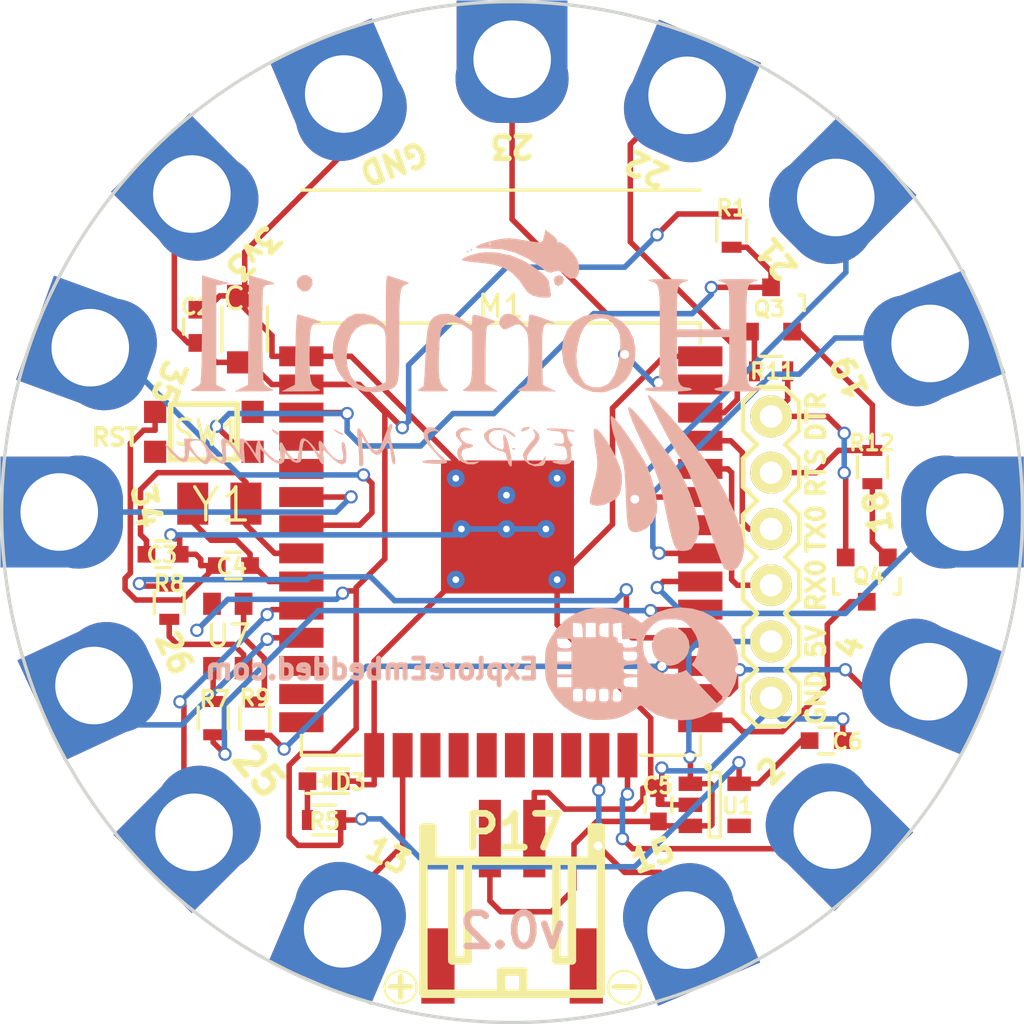
<source format=kicad_pcb>
(kicad_pcb (version 20171130) (host pcbnew "(5.1.12)-1")

  (general
    (thickness 1.6)
    (drawings 30)
    (tracks 412)
    (zones 0)
    (modules 40)
    (nets 47)
  )

  (page A4)
  (layers
    (0 F.Cu signal)
    (31 B.Cu signal)
    (32 B.Adhes user hide)
    (33 F.Adhes user hide)
    (34 B.Paste user hide)
    (35 F.Paste user hide)
    (36 B.SilkS user hide)
    (37 F.SilkS user hide)
    (38 B.Mask user hide)
    (39 F.Mask user hide)
    (40 Dwgs.User user hide)
    (41 Cmts.User user hide)
    (42 Eco1.User user hide)
    (43 Eco2.User user hide)
    (44 Edge.Cuts user)
    (45 Margin user hide)
    (46 B.CrtYd user hide)
    (47 F.CrtYd user hide)
    (48 B.Fab user hide)
    (49 F.Fab user hide)
  )

  (setup
    (last_trace_width 0.25)
    (user_trace_width 0.7)
    (user_trace_width 1)
    (user_trace_width 1.2)
    (user_trace_width 1.5)
    (trace_clearance 0.2)
    (zone_clearance 0.5)
    (zone_45_only no)
    (trace_min 0.2)
    (via_size 0.6)
    (via_drill 0.4)
    (via_min_size 0.4)
    (via_min_drill 0.3)
    (uvia_size 0.3)
    (uvia_drill 0.1)
    (uvias_allowed no)
    (uvia_min_size 0.2)
    (uvia_min_drill 0.1)
    (edge_width 0.15)
    (segment_width 0.2)
    (pcb_text_width 0.3)
    (pcb_text_size 1.5 1.5)
    (mod_edge_width 0.15)
    (mod_text_size 1 1)
    (mod_text_width 0.15)
    (pad_size 5 4)
    (pad_drill 0)
    (pad_to_mask_clearance 0.2)
    (aux_axis_origin 0 0)
    (visible_elements 7FFEFF3F)
    (pcbplotparams
      (layerselection 0x00020_00000000)
      (usegerberextensions false)
      (usegerberattributes true)
      (usegerberadvancedattributes true)
      (creategerberjobfile true)
      (excludeedgelayer false)
      (linewidth 0.100000)
      (plotframeref false)
      (viasonmask false)
      (mode 1)
      (useauxorigin false)
      (hpglpennumber 1)
      (hpglpenspeed 20)
      (hpglpendiameter 15.000000)
      (psnegative false)
      (psa4output false)
      (plotreference true)
      (plotvalue true)
      (plotinvisibletext false)
      (padsonsilk false)
      (subtractmaskfromsilk false)
      (outputformat 2)
      (mirror false)
      (drillshape 0)
      (scaleselection 1)
      (outputdirectory "Gerber File/"))
  )

  (net 0 "")
  (net 1 GND)
  (net 2 +3V3)
  (net 3 +5V)
  (net 4 "Net-(D3-Pad2)")
  (net 5 /EN)
  (net 6 /IO0)
  (net 7 "Net-(M1-Pad32)")
  (net 8 /RXD0)
  (net 9 /TXD0)
  (net 10 /RTS)
  (net 11 /DTR)
  (net 12 "Net-(Q3-Pad1)")
  (net 13 "Net-(Q4-Pad1)")
  (net 14 "Net-(R7-Pad2)")
  (net 15 "Net-(R8-Pad2)")
  (net 16 "Net-(R9-Pad2)")
  (net 17 "Net-(U1-Pad4)")
  (net 18 "Net-(C3-Pad1)")
  (net 19 "Net-(C4-Pad1)")
  (net 20 "Net-(M1-Pad4)")
  (net 21 "Net-(M1-Pad5)")
  (net 22 /13)
  (net 23 /2)
  (net 24 /4)
  (net 25 "Net-(M1-Pad17)")
  (net 26 /R)
  (net 27 /G)
  (net 28 /B)
  (net 29 "Net-(M1-Pad21)")
  (net 30 "Net-(M1-Pad22)")
  (net 31 "Net-(M1-Pad18)")
  (net 32 "Net-(M1-Pad19)")
  (net 33 "Net-(M1-Pad20)")
  (net 34 /34)
  (net 35 /35)
  (net 36 /25)
  (net 37 /26)
  (net 38 "Net-(M1-Pad12)")
  (net 39 "Net-(M1-Pad13)")
  (net 40 "Net-(M1-Pad14)")
  (net 41 /18)
  (net 42 /19)
  (net 43 /21)
  (net 44 /22)
  (net 45 /23)
  (net 46 /15)

  (net_class Default "This is the default net class."
    (clearance 0.2)
    (trace_width 0.25)
    (via_dia 0.6)
    (via_drill 0.4)
    (uvia_dia 0.3)
    (uvia_drill 0.1)
    (add_net +3V3)
    (add_net +5V)
    (add_net /13)
    (add_net /15)
    (add_net /18)
    (add_net /19)
    (add_net /2)
    (add_net /21)
    (add_net /22)
    (add_net /23)
    (add_net /25)
    (add_net /26)
    (add_net /34)
    (add_net /35)
    (add_net /4)
    (add_net /B)
    (add_net /DTR)
    (add_net /EN)
    (add_net /G)
    (add_net /IO0)
    (add_net /R)
    (add_net /RTS)
    (add_net /RXD0)
    (add_net /TXD0)
    (add_net GND)
    (add_net "Net-(C3-Pad1)")
    (add_net "Net-(C4-Pad1)")
    (add_net "Net-(D3-Pad2)")
    (add_net "Net-(M1-Pad12)")
    (add_net "Net-(M1-Pad13)")
    (add_net "Net-(M1-Pad14)")
    (add_net "Net-(M1-Pad17)")
    (add_net "Net-(M1-Pad18)")
    (add_net "Net-(M1-Pad19)")
    (add_net "Net-(M1-Pad20)")
    (add_net "Net-(M1-Pad21)")
    (add_net "Net-(M1-Pad22)")
    (add_net "Net-(M1-Pad32)")
    (add_net "Net-(M1-Pad4)")
    (add_net "Net-(M1-Pad5)")
    (add_net "Net-(Q3-Pad1)")
    (add_net "Net-(Q4-Pad1)")
    (add_net "Net-(R7-Pad2)")
    (add_net "Net-(R8-Pad2)")
    (add_net "Net-(R9-Pad2)")
    (add_net "Net-(U1-Pad4)")
  )

  (module Explore:smd_push2_New (layer F.Cu) (tedit 5938D9E9) (tstamp 59017768)
    (at 70.4215 140.906)
    (descr "SMD Pushbutton 2")
    (path /5901850A)
    (autoplace_cost180 10)
    (fp_text reference SW1 (at 0.1651 0.0381) (layer F.SilkS)
      (effects (font (size 1.143 1) (thickness 0.1524)))
    )
    (fp_text value SW_PUSH (at 0 3.59918) (layer F.SilkS) hide
      (effects (font (size 1.143 1.27) (thickness 0.1524)))
    )
    (fp_line (start -1.5 -1.25) (end -1.5 1.25) (layer F.SilkS) (width 0.254))
    (fp_line (start -1.5 1.25) (end 1.5 1.25) (layer F.SilkS) (width 0.254))
    (fp_line (start 1.5 1.25) (end 1.5 -1.25) (layer F.SilkS) (width 0.254))
    (fp_line (start 1.5 -1.25) (end -1.5 -1.25) (layer F.SilkS) (width 0.254))
    (pad 1 smd rect (at -2.2 -0.9) (size 1.00076 1.00076) (layers F.Cu F.Paste F.Mask)
      (net 1 GND))
    (pad 2 smd rect (at 2.2 0.9) (size 1.00076 1.00076) (layers F.Cu F.Paste F.Mask)
      (net 5 /EN))
    (pad 3 smd rect (at -2.2 0.9) (size 1.00076 1.00076) (layers F.Cu F.Paste F.Mask))
    (pad 4 smd rect (at 2.2 -0.9) (size 1.00076 1.00076) (layers F.Cu F.Paste F.Mask))
    (model "Walter switch_3d/smd_push2.wrl"
      (at (xyz 0 0 0))
      (scale (xyz 0.8 0.8 1))
      (rotate (xyz 0 0 0))
    )
  )

  (module ESP32:ESP-32S (layer F.Cu) (tedit 587738AA) (tstamp 58737AD2)
    (at 83.82 142.748)
    (path /58739A58)
    (fp_text reference M1 (at 0 -7.5) (layer F.SilkS)
      (effects (font (size 1 1) (thickness 0.15)))
    )
    (fp_text value ESP-WROOM-32 (at 0 10.5) (layer F.Fab)
      (effects (font (size 1 1) (thickness 0.15)))
    )
    (fp_line (start -9 -6.75) (end -9 -5.85) (layer F.SilkS) (width 0.15))
    (fp_line (start 9 12.75) (end 9 11.85) (layer F.SilkS) (width 0.15))
    (fp_line (start -9 12.75) (end -9 11.85) (layer F.SilkS) (width 0.15))
    (fp_line (start -9 -6.75) (end 9 -6.75) (layer F.SilkS) (width 0.15))
    (fp_line (start 9 -6.75) (end 9 -5.85) (layer F.SilkS) (width 0.15))
    (fp_line (start 9 12.75) (end 6.3 12.75) (layer F.SilkS) (width 0.15))
    (fp_line (start -9 12.75) (end -6.3 12.75) (layer F.SilkS) (width 0.15))
    (fp_line (start -9 -12.75) (end -9 -6.75) (layer F.CrtYd) (width 0.15))
    (fp_line (start -9 -6.75) (end 9 -6.75) (layer F.CrtYd) (width 0.15))
    (fp_line (start 9 -6.75) (end 9 -12.75) (layer F.CrtYd) (width 0.15))
    (fp_line (start 9 -12.75) (end -9 -12.75) (layer F.CrtYd) (width 0.15))
    (fp_line (start -9 -6.75) (end 9 -6.75) (layer F.SilkS) (width 0.15))
    (fp_line (start -9 -12.75) (end 9 -12.75) (layer F.SilkS) (width 0.15))
    (pad 1 thru_hole circle (at -2.032 4.826) (size 0.8 0.8) (drill 0.3) (layers *.Cu *.Mask)
      (net 1 GND))
    (pad 1 thru_hole circle (at 2.54 4.826) (size 0.8 0.8) (drill 0.3) (layers *.Cu *.Mask)
      (net 1 GND))
    (pad 1 thru_hole circle (at 2.032 2.54) (size 0.8 0.8) (drill 0.3) (layers *.Cu *.Mask)
      (net 1 GND))
    (pad 1 thru_hole circle (at 0.254 1.016) (size 0.8 0.8) (drill 0.3) (layers *.Cu *.Mask)
      (net 1 GND))
    (pad 1 thru_hole circle (at 2.54 0.254) (size 0.8 0.8) (drill 0.3) (layers *.Cu *.Mask)
      (net 1 GND))
    (pad 1 thru_hole circle (at 0.254 2.54) (size 0.8 0.8) (drill 0.3) (layers *.Cu *.Mask)
      (net 1 GND))
    (pad 1 thru_hole circle (at -1.778 2.54) (size 0.8 0.8) (drill 0.3) (layers *.Cu *.Mask)
      (net 1 GND))
    (pad 1 smd rect (at -9 -5.25) (size 2 0.9) (layers F.Cu F.Paste F.Mask)
      (net 1 GND))
    (pad 2 smd rect (at -9 -3.98) (size 2 0.9) (layers F.Cu F.Paste F.Mask)
      (net 2 +3V3))
    (pad 3 smd rect (at -9 -2.71) (size 2 0.9) (layers F.Cu F.Paste F.Mask)
      (net 5 /EN))
    (pad 4 smd rect (at -9 -1.44) (size 2 0.9) (layers F.Cu F.Paste F.Mask)
      (net 20 "Net-(M1-Pad4)"))
    (pad 5 smd rect (at -9 -0.17) (size 2 0.9) (layers F.Cu F.Paste F.Mask)
      (net 21 "Net-(M1-Pad5)"))
    (pad 6 smd rect (at -9 1.1) (size 2 0.9) (layers F.Cu F.Paste F.Mask)
      (net 34 /34))
    (pad 7 smd rect (at -9 2.37) (size 2 0.9) (layers F.Cu F.Paste F.Mask)
      (net 35 /35))
    (pad 8 smd rect (at -9 3.64) (size 2 0.9) (layers F.Cu F.Paste F.Mask)
      (net 18 "Net-(C3-Pad1)"))
    (pad 9 smd rect (at -9 4.91) (size 2 0.9) (layers F.Cu F.Paste F.Mask)
      (net 19 "Net-(C4-Pad1)"))
    (pad 10 smd rect (at -9 6.18) (size 2 0.9) (layers F.Cu F.Paste F.Mask)
      (net 36 /25))
    (pad 11 smd rect (at -9 7.45) (size 2 0.9) (layers F.Cu F.Paste F.Mask)
      (net 37 /26))
    (pad 12 smd rect (at -9 8.72) (size 2 0.9) (layers F.Cu F.Paste F.Mask)
      (net 38 "Net-(M1-Pad12)"))
    (pad 13 smd rect (at -9 9.99) (size 2 0.9) (layers F.Cu F.Paste F.Mask)
      (net 39 "Net-(M1-Pad13)"))
    (pad 14 smd rect (at -9 11.26) (size 2 0.9) (layers F.Cu F.Paste F.Mask)
      (net 40 "Net-(M1-Pad14)"))
    (pad 38 smd rect (at 9 -5.25) (size 2 0.9) (layers F.Cu F.Paste F.Mask)
      (net 1 GND))
    (pad 25 smd rect (at 9 11.26) (size 2 0.9) (layers F.Cu F.Paste F.Mask)
      (net 6 /IO0))
    (pad 26 smd rect (at 9 9.99) (size 2 0.9) (layers F.Cu F.Paste F.Mask)
      (net 24 /4))
    (pad 27 smd rect (at 9 8.72) (size 2 0.9) (layers F.Cu F.Paste F.Mask)
      (net 28 /B))
    (pad 28 smd rect (at 9 7.45) (size 2 0.9) (layers F.Cu F.Paste F.Mask)
      (net 27 /G))
    (pad 29 smd rect (at 9 6.18) (size 2 0.9) (layers F.Cu F.Paste F.Mask)
      (net 26 /R))
    (pad 30 smd rect (at 9 4.91) (size 2 0.9) (layers F.Cu F.Paste F.Mask)
      (net 41 /18))
    (pad 31 smd rect (at 9 3.64) (size 2 0.9) (layers F.Cu F.Paste F.Mask)
      (net 42 /19))
    (pad 32 smd rect (at 9 2.37) (size 2 0.9) (layers F.Cu F.Paste F.Mask)
      (net 7 "Net-(M1-Pad32)"))
    (pad 33 smd rect (at 9 1.1) (size 2 0.9) (layers F.Cu F.Paste F.Mask)
      (net 43 /21))
    (pad 34 smd rect (at 9 -0.17) (size 2 0.9) (layers F.Cu F.Paste F.Mask)
      (net 8 /RXD0))
    (pad 35 smd rect (at 9 -1.44) (size 2 0.9) (layers F.Cu F.Paste F.Mask)
      (net 9 /TXD0))
    (pad 36 smd rect (at 9 -2.71) (size 2 0.9) (layers F.Cu F.Paste F.Mask)
      (net 44 /22))
    (pad 37 smd rect (at 9 -3.98) (size 2 0.9) (layers F.Cu F.Paste F.Mask)
      (net 45 /23))
    (pad 15 smd rect (at -5.715 12.75 90) (size 2 0.9) (layers F.Cu F.Paste F.Mask)
      (net 1 GND))
    (pad 16 smd rect (at -4.43 12.75 90) (size 2 0.9) (layers F.Cu F.Paste F.Mask)
      (net 22 /13))
    (pad 17 smd rect (at -3.175 12.75 90) (size 2 0.9) (layers F.Cu F.Paste F.Mask)
      (net 25 "Net-(M1-Pad17)"))
    (pad 18 smd rect (at -1.905 12.75 90) (size 2 0.9) (layers F.Cu F.Paste F.Mask)
      (net 31 "Net-(M1-Pad18)"))
    (pad 19 smd rect (at -0.635 12.75 90) (size 2 0.9) (layers F.Cu F.Paste F.Mask)
      (net 32 "Net-(M1-Pad19)"))
    (pad 20 smd rect (at 0.635 12.75 90) (size 2 0.9) (layers F.Cu F.Paste F.Mask)
      (net 33 "Net-(M1-Pad20)"))
    (pad 21 smd rect (at 1.905 12.75 90) (size 2 0.9) (layers F.Cu F.Paste F.Mask)
      (net 29 "Net-(M1-Pad21)"))
    (pad 22 smd rect (at 3.175 12.75 90) (size 2 0.9) (layers F.Cu F.Paste F.Mask)
      (net 30 "Net-(M1-Pad22)"))
    (pad 23 smd rect (at 4.445 12.75 90) (size 2 0.9) (layers F.Cu F.Paste F.Mask)
      (net 46 /15))
    (pad 24 smd rect (at 5.715 12.75 90) (size 2 0.9) (layers F.Cu F.Paste F.Mask)
      (net 23 /2))
    (pad 1 smd rect (at 0.3 2.45 90) (size 6 6) (layers F.Cu F.Paste F.Mask)
      (net 1 GND))
    (pad 1 thru_hole circle (at -2.032 0.254) (size 0.8 0.8) (drill 0.3) (layers *.Cu *.Mask)
      (net 1 GND))
  )

  (module conn:1X06 (layer F.Cu) (tedit 5875FF63) (tstamp 587CDC50)
    (at 96.012 152.908 90)
    (path /587B2248)
    (attr virtual)
    (fp_text reference P2 (at 1.8288 -2.4638 90) (layer B.SilkS) hide
      (effects (font (size 1.27 1.27) (thickness 0.127)) (justify mirror))
    )
    (fp_text value CONN_01X06 (at 2.54 2.54 90) (layer B.SilkS) hide
      (effects (font (size 1.27 1.27) (thickness 0.1016)) (justify mirror))
    )
    (fp_line (start 12.446 0.254) (end 12.954 0.254) (layer F.SilkS) (width 0.06604))
    (fp_line (start 12.954 0.254) (end 12.954 -0.254) (layer F.SilkS) (width 0.06604))
    (fp_line (start 12.446 -0.254) (end 12.954 -0.254) (layer F.SilkS) (width 0.06604))
    (fp_line (start 12.446 0.254) (end 12.446 -0.254) (layer F.SilkS) (width 0.06604))
    (fp_line (start 9.906 0.254) (end 10.414 0.254) (layer F.SilkS) (width 0.06604))
    (fp_line (start 10.414 0.254) (end 10.414 -0.254) (layer F.SilkS) (width 0.06604))
    (fp_line (start 9.906 -0.254) (end 10.414 -0.254) (layer F.SilkS) (width 0.06604))
    (fp_line (start 9.906 0.254) (end 9.906 -0.254) (layer F.SilkS) (width 0.06604))
    (fp_line (start 7.366 0.254) (end 7.874 0.254) (layer F.SilkS) (width 0.06604))
    (fp_line (start 7.874 0.254) (end 7.874 -0.254) (layer F.SilkS) (width 0.06604))
    (fp_line (start 7.366 -0.254) (end 7.874 -0.254) (layer F.SilkS) (width 0.06604))
    (fp_line (start 7.366 0.254) (end 7.366 -0.254) (layer F.SilkS) (width 0.06604))
    (fp_line (start 4.826 0.254) (end 5.334 0.254) (layer F.SilkS) (width 0.06604))
    (fp_line (start 5.334 0.254) (end 5.334 -0.254) (layer F.SilkS) (width 0.06604))
    (fp_line (start 4.826 -0.254) (end 5.334 -0.254) (layer F.SilkS) (width 0.06604))
    (fp_line (start 4.826 0.254) (end 4.826 -0.254) (layer F.SilkS) (width 0.06604))
    (fp_line (start 2.286 0.254) (end 2.794 0.254) (layer F.SilkS) (width 0.06604))
    (fp_line (start 2.794 0.254) (end 2.794 -0.254) (layer F.SilkS) (width 0.06604))
    (fp_line (start 2.286 -0.254) (end 2.794 -0.254) (layer F.SilkS) (width 0.06604))
    (fp_line (start 2.286 0.254) (end 2.286 -0.254) (layer F.SilkS) (width 0.06604))
    (fp_line (start 11.43 -0.635) (end 12.065 -1.27) (layer F.SilkS) (width 0.2032))
    (fp_line (start 12.065 -1.27) (end 13.335 -1.27) (layer F.SilkS) (width 0.2032))
    (fp_line (start 13.335 -1.27) (end 13.97 -0.635) (layer F.SilkS) (width 0.2032))
    (fp_line (start 13.97 0.635) (end 13.335 1.27) (layer F.SilkS) (width 0.2032))
    (fp_line (start 13.335 1.27) (end 12.065 1.27) (layer F.SilkS) (width 0.2032))
    (fp_line (start 12.065 1.27) (end 11.43 0.635) (layer F.SilkS) (width 0.2032))
    (fp_line (start 6.985 -1.27) (end 8.255 -1.27) (layer F.SilkS) (width 0.2032))
    (fp_line (start 8.255 -1.27) (end 8.89 -0.635) (layer F.SilkS) (width 0.2032))
    (fp_line (start 8.89 0.635) (end 8.255 1.27) (layer F.SilkS) (width 0.2032))
    (fp_line (start 8.89 -0.635) (end 9.525 -1.27) (layer F.SilkS) (width 0.2032))
    (fp_line (start 9.525 -1.27) (end 10.795 -1.27) (layer F.SilkS) (width 0.2032))
    (fp_line (start 10.795 -1.27) (end 11.43 -0.635) (layer F.SilkS) (width 0.2032))
    (fp_line (start 11.43 0.635) (end 10.795 1.27) (layer F.SilkS) (width 0.2032))
    (fp_line (start 10.795 1.27) (end 9.525 1.27) (layer F.SilkS) (width 0.2032))
    (fp_line (start 9.525 1.27) (end 8.89 0.635) (layer F.SilkS) (width 0.2032))
    (fp_line (start 3.81 -0.635) (end 4.445 -1.27) (layer F.SilkS) (width 0.2032))
    (fp_line (start 4.445 -1.27) (end 5.715 -1.27) (layer F.SilkS) (width 0.2032))
    (fp_line (start 5.715 -1.27) (end 6.35 -0.635) (layer F.SilkS) (width 0.2032))
    (fp_line (start 6.35 0.635) (end 5.715 1.27) (layer F.SilkS) (width 0.2032))
    (fp_line (start 5.715 1.27) (end 4.445 1.27) (layer F.SilkS) (width 0.2032))
    (fp_line (start 4.445 1.27) (end 3.81 0.635) (layer F.SilkS) (width 0.2032))
    (fp_line (start 6.985 -1.27) (end 6.35 -0.635) (layer F.SilkS) (width 0.2032))
    (fp_line (start 6.35 0.635) (end 6.985 1.27) (layer F.SilkS) (width 0.2032))
    (fp_line (start 8.255 1.27) (end 6.985 1.27) (layer F.SilkS) (width 0.2032))
    (fp_line (start -0.635 -1.27) (end 0.635 -1.27) (layer F.SilkS) (width 0.2032))
    (fp_line (start 0.635 -1.27) (end 1.27 -0.635) (layer F.SilkS) (width 0.2032))
    (fp_line (start 1.27 0.635) (end 0.635 1.27) (layer F.SilkS) (width 0.2032))
    (fp_line (start 1.27 -0.635) (end 1.905 -1.27) (layer F.SilkS) (width 0.2032))
    (fp_line (start 1.905 -1.27) (end 3.175 -1.27) (layer F.SilkS) (width 0.2032))
    (fp_line (start 3.175 -1.27) (end 3.81 -0.635) (layer F.SilkS) (width 0.2032))
    (fp_line (start 3.81 0.635) (end 3.175 1.27) (layer F.SilkS) (width 0.2032))
    (fp_line (start 3.175 1.27) (end 1.905 1.27) (layer F.SilkS) (width 0.2032))
    (fp_line (start 1.905 1.27) (end 1.27 0.635) (layer F.SilkS) (width 0.2032))
    (fp_line (start -1.27 -0.635) (end -1.27 0.635) (layer F.SilkS) (width 0.2032))
    (fp_line (start -0.635 -1.27) (end -1.27 -0.635) (layer F.SilkS) (width 0.2032))
    (fp_line (start -1.27 0.635) (end -0.635 1.27) (layer F.SilkS) (width 0.2032))
    (fp_line (start 0.635 1.27) (end -0.635 1.27) (layer F.SilkS) (width 0.2032))
    (fp_line (start 13.97 -0.635) (end 13.97 0.635) (layer F.SilkS) (width 0.2032))
    (pad 1 thru_hole circle (at 0 0 90) (size 1.8796 1.8796) (drill 1.016) (layers *.Cu *.Mask F.SilkS)
      (net 1 GND))
    (pad 2 thru_hole circle (at 2.54 0 90) (size 1.8796 1.8796) (drill 1.016) (layers *.Cu *.Mask F.SilkS)
      (net 3 +5V))
    (pad 3 thru_hole circle (at 5.08 0 90) (size 1.8796 1.8796) (drill 1.016) (layers *.Cu *.Mask F.SilkS)
      (net 8 /RXD0))
    (pad 4 thru_hole circle (at 7.62 0 90) (size 1.8796 1.8796) (drill 1.016) (layers *.Cu *.Mask F.SilkS)
      (net 9 /TXD0))
    (pad 5 thru_hole circle (at 10.16 0 90) (size 1.8796 1.8796) (drill 1.016) (layers *.Cu *.Mask F.SilkS)
      (net 10 /RTS))
    (pad 6 thru_hole circle (at 12.7 0 90) (size 1.8796 1.8796) (drill 1.016) (layers *.Cu *.Mask F.SilkS)
      (net 11 /DTR))
  )

  (module Capacitors_SMD:C_1206 (layer F.Cu) (tedit 5938D9B9) (tstamp 58737A2F)
    (at 72.263 136.271 90)
    (descr "Capacitor SMD 1206, reflow soldering, AVX (see smccp.pdf)")
    (tags "capacitor 1206")
    (path /58739AA0)
    (attr smd)
    (fp_text reference C1 (at 1.3716 0 180) (layer F.SilkS)
      (effects (font (size 1 1) (thickness 0.15)))
    )
    (fp_text value 100uF (at 0 2.3 90) (layer F.Fab) hide
      (effects (font (size 1 1) (thickness 0.15)))
    )
    (fp_line (start -2.3 -1.15) (end 2.3 -1.15) (layer F.CrtYd) (width 0.05))
    (fp_line (start -2.3 1.15) (end 2.3 1.15) (layer F.CrtYd) (width 0.05))
    (fp_line (start -2.3 -1.15) (end -2.3 1.15) (layer F.CrtYd) (width 0.05))
    (fp_line (start 2.3 -1.15) (end 2.3 1.15) (layer F.CrtYd) (width 0.05))
    (fp_line (start 1 -1.025) (end -1 -1.025) (layer F.SilkS) (width 0.15))
    (fp_line (start -1 1.025) (end 1 1.025) (layer F.SilkS) (width 0.15))
    (pad 1 smd rect (at -1.5 0 90) (size 1 1.6) (layers F.Cu F.Paste F.Mask)
      (net 2 +3V3))
    (pad 2 smd rect (at 1.5 0 90) (size 1 1.6) (layers F.Cu F.Paste F.Mask)
      (net 1 GND))
    (model Capacitors_SMD.3dshapes/C_1206.wrl
      (at (xyz 0 0 0))
      (scale (xyz 1 1 1))
      (rotate (xyz 0 0 0))
    )
  )

  (module Capacitors_SMD:C_0603 (layer F.Cu) (tedit 5938D9AE) (tstamp 58737A35)
    (at 70.104 136.144 90)
    (descr "Capacitor SMD 0603, reflow soldering, AVX (see smccp.pdf)")
    (tags "capacitor 0603")
    (path /58739A59)
    (attr smd)
    (fp_text reference C2 (at 0.889 -0.0254 180) (layer F.SilkS)
      (effects (font (size 0.7 0.7) (thickness 0.15)))
    )
    (fp_text value 100nF (at 0 1.9 90) (layer F.Fab) hide
      (effects (font (size 1 1) (thickness 0.15)))
    )
    (fp_line (start -1.45 -0.75) (end 1.45 -0.75) (layer F.CrtYd) (width 0.05))
    (fp_line (start -1.45 0.75) (end 1.45 0.75) (layer F.CrtYd) (width 0.05))
    (fp_line (start -1.45 -0.75) (end -1.45 0.75) (layer F.CrtYd) (width 0.05))
    (fp_line (start 1.45 -0.75) (end 1.45 0.75) (layer F.CrtYd) (width 0.05))
    (fp_line (start -0.35 -0.6) (end 0.35 -0.6) (layer F.SilkS) (width 0.15))
    (fp_line (start 0.35 0.6) (end -0.35 0.6) (layer F.SilkS) (width 0.15))
    (pad 1 smd rect (at -0.75 0 90) (size 0.8 0.75) (layers F.Cu F.Paste F.Mask)
      (net 2 +3V3))
    (pad 2 smd rect (at 0.75 0 90) (size 0.8 0.75) (layers F.Cu F.Paste F.Mask)
      (net 1 GND))
    (model Capacitors_SMD.3dshapes/C_0603.wrl
      (at (xyz 0 0 0))
      (scale (xyz 1 1 1))
      (rotate (xyz 0 0 0))
    )
  )

  (module Capacitors_SMD:C_0603 (layer F.Cu) (tedit 5938DA1C) (tstamp 58737A3B)
    (at 68.58 146.431)
    (descr "Capacitor SMD 0603, reflow soldering, AVX (see smccp.pdf)")
    (tags "capacitor 0603")
    (path /58739AA4)
    (attr smd)
    (fp_text reference C3 (at -0.0508 0.0254) (layer F.SilkS)
      (effects (font (size 0.7 0.7) (thickness 0.15)))
    )
    (fp_text value 15pF (at 0 1.9) (layer F.Fab) hide
      (effects (font (size 1 1) (thickness 0.15)))
    )
    (fp_line (start -1.45 -0.75) (end 1.45 -0.75) (layer F.CrtYd) (width 0.05))
    (fp_line (start -1.45 0.75) (end 1.45 0.75) (layer F.CrtYd) (width 0.05))
    (fp_line (start -1.45 -0.75) (end -1.45 0.75) (layer F.CrtYd) (width 0.05))
    (fp_line (start 1.45 -0.75) (end 1.45 0.75) (layer F.CrtYd) (width 0.05))
    (fp_line (start -0.35 -0.6) (end 0.35 -0.6) (layer F.SilkS) (width 0.15))
    (fp_line (start 0.35 0.6) (end -0.35 0.6) (layer F.SilkS) (width 0.15))
    (pad 1 smd rect (at -0.75 0) (size 0.8 0.75) (layers F.Cu F.Paste F.Mask)
      (net 18 "Net-(C3-Pad1)"))
    (pad 2 smd rect (at 0.75 0) (size 0.8 0.75) (layers F.Cu F.Paste F.Mask)
      (net 1 GND))
    (model Capacitors_SMD.3dshapes/C_0603.wrl
      (at (xyz 0 0 0))
      (scale (xyz 1 1 1))
      (rotate (xyz 0 0 0))
    )
  )

  (module Capacitors_SMD:C_0603 (layer F.Cu) (tedit 5938DA77) (tstamp 58737A41)
    (at 71.755 146.939 180)
    (descr "Capacitor SMD 0603, reflow soldering, AVX (see smccp.pdf)")
    (tags "capacitor 0603")
    (path /58739AA5)
    (attr smd)
    (fp_text reference C4 (at 0.0762 -0.0508 180) (layer F.SilkS)
      (effects (font (size 0.7 0.7) (thickness 0.15)))
    )
    (fp_text value 15pF (at 0 1.9 180) (layer F.Fab) hide
      (effects (font (size 1 1) (thickness 0.15)))
    )
    (fp_line (start -1.45 -0.75) (end 1.45 -0.75) (layer F.CrtYd) (width 0.05))
    (fp_line (start -1.45 0.75) (end 1.45 0.75) (layer F.CrtYd) (width 0.05))
    (fp_line (start -1.45 -0.75) (end -1.45 0.75) (layer F.CrtYd) (width 0.05))
    (fp_line (start 1.45 -0.75) (end 1.45 0.75) (layer F.CrtYd) (width 0.05))
    (fp_line (start -0.35 -0.6) (end 0.35 -0.6) (layer F.SilkS) (width 0.15))
    (fp_line (start 0.35 0.6) (end -0.35 0.6) (layer F.SilkS) (width 0.15))
    (pad 1 smd rect (at -0.75 0 180) (size 0.8 0.75) (layers F.Cu F.Paste F.Mask)
      (net 19 "Net-(C4-Pad1)"))
    (pad 2 smd rect (at 0.75 0 180) (size 0.8 0.75) (layers F.Cu F.Paste F.Mask)
      (net 1 GND))
    (model Capacitors_SMD.3dshapes/C_0603.wrl
      (at (xyz 0 0 0))
      (scale (xyz 1 1 1))
      (rotate (xyz 0 0 0))
    )
  )

  (module Capacitors_SMD:C_0603 (layer F.Cu) (tedit 5938DC14) (tstamp 58737A47)
    (at 90.932 157.734 90)
    (descr "Capacitor SMD 0603, reflow soldering, AVX (see smccp.pdf)")
    (tags "capacitor 0603")
    (path /58739A7A)
    (attr smd)
    (fp_text reference C5 (at 0.8636 -0.0254 180) (layer F.SilkS)
      (effects (font (size 0.7 0.7) (thickness 0.15)))
    )
    (fp_text value 1uF (at 0 1.9 90) (layer F.Fab) hide
      (effects (font (size 1 1) (thickness 0.15)))
    )
    (fp_line (start -1.45 -0.75) (end 1.45 -0.75) (layer F.CrtYd) (width 0.05))
    (fp_line (start -1.45 0.75) (end 1.45 0.75) (layer F.CrtYd) (width 0.05))
    (fp_line (start -1.45 -0.75) (end -1.45 0.75) (layer F.CrtYd) (width 0.05))
    (fp_line (start 1.45 -0.75) (end 1.45 0.75) (layer F.CrtYd) (width 0.05))
    (fp_line (start -0.35 -0.6) (end 0.35 -0.6) (layer F.SilkS) (width 0.15))
    (fp_line (start 0.35 0.6) (end -0.35 0.6) (layer F.SilkS) (width 0.15))
    (pad 1 smd rect (at -0.75 0 90) (size 0.8 0.75) (layers F.Cu F.Paste F.Mask)
      (net 3 +5V))
    (pad 2 smd rect (at 0.75 0 90) (size 0.8 0.75) (layers F.Cu F.Paste F.Mask)
      (net 1 GND))
    (model Capacitors_SMD.3dshapes/C_0603.wrl
      (at (xyz 0 0 0))
      (scale (xyz 1 1 1))
      (rotate (xyz 0 0 0))
    )
  )

  (module Capacitors_SMD:C_0603 (layer F.Cu) (tedit 5938DC78) (tstamp 58737A4D)
    (at 98.5012 154.838)
    (descr "Capacitor SMD 0603, reflow soldering, AVX (see smccp.pdf)")
    (tags "capacitor 0603")
    (path /58739A7D)
    (attr smd)
    (fp_text reference C6 (at 0.9652 0.0508) (layer F.SilkS)
      (effects (font (size 0.7 0.7) (thickness 0.15)))
    )
    (fp_text value 2.2uF (at 0 1.9) (layer F.Fab)
      (effects (font (size 1 1) (thickness 0.15)))
    )
    (fp_line (start -1.45 -0.75) (end 1.45 -0.75) (layer F.CrtYd) (width 0.05))
    (fp_line (start -1.45 0.75) (end 1.45 0.75) (layer F.CrtYd) (width 0.05))
    (fp_line (start -1.45 -0.75) (end -1.45 0.75) (layer F.CrtYd) (width 0.05))
    (fp_line (start 1.45 -0.75) (end 1.45 0.75) (layer F.CrtYd) (width 0.05))
    (fp_line (start -0.35 -0.6) (end 0.35 -0.6) (layer F.SilkS) (width 0.15))
    (fp_line (start 0.35 0.6) (end -0.35 0.6) (layer F.SilkS) (width 0.15))
    (pad 1 smd rect (at -0.75 0) (size 0.8 0.75) (layers F.Cu F.Paste F.Mask)
      (net 2 +3V3))
    (pad 2 smd rect (at 0.75 0) (size 0.8 0.75) (layers F.Cu F.Paste F.Mask)
      (net 1 GND))
    (model Capacitors_SMD.3dshapes/C_0603.wrl
      (at (xyz 0 0 0))
      (scale (xyz 1 1 1))
      (rotate (xyz 0 0 0))
    )
  )

  (module LEDs:LED-0603 (layer F.Cu) (tedit 5938DBB4) (tstamp 58737A7E)
    (at 75.8444 156.667 180)
    (descr "LED 0603 smd package")
    (tags "LED led 0603 SMD smd SMT smt smdled SMDLED smtled SMTLED")
    (path /58739A53)
    (attr smd)
    (fp_text reference D3 (at -1.1938 -0.0508 180) (layer F.SilkS)
      (effects (font (size 0.7 0.7) (thickness 0.15)))
    )
    (fp_text value LED (at 0 1.5 180) (layer F.Fab) hide
      (effects (font (size 1 1) (thickness 0.15)))
    )
    (fp_line (start -1.1 0.55) (end 0.8 0.55) (layer F.SilkS) (width 0.15))
    (fp_line (start -1.1 -0.55) (end 0.8 -0.55) (layer F.SilkS) (width 0.15))
    (fp_line (start -0.2 0) (end 0.25 0) (layer F.SilkS) (width 0.15))
    (fp_line (start -0.25 -0.25) (end -0.25 0.25) (layer F.SilkS) (width 0.15))
    (fp_line (start -0.25 0) (end 0 -0.25) (layer F.SilkS) (width 0.15))
    (fp_line (start 0 -0.25) (end 0 0.25) (layer F.SilkS) (width 0.15))
    (fp_line (start 0 0.25) (end -0.25 0) (layer F.SilkS) (width 0.15))
    (fp_line (start 1.4 -0.75) (end 1.4 0.75) (layer F.CrtYd) (width 0.05))
    (fp_line (start 1.4 0.75) (end -1.4 0.75) (layer F.CrtYd) (width 0.05))
    (fp_line (start -1.4 0.75) (end -1.4 -0.75) (layer F.CrtYd) (width 0.05))
    (fp_line (start -1.4 -0.75) (end 1.4 -0.75) (layer F.CrtYd) (width 0.05))
    (pad 2 smd rect (at 0.7493 0) (size 0.79756 0.79756) (layers F.Cu F.Paste F.Mask)
      (net 4 "Net-(D3-Pad2)"))
    (pad 1 smd rect (at -0.7493 0) (size 0.79756 0.79756) (layers F.Cu F.Paste F.Mask)
      (net 1 GND))
  )

  (module TO_SOT_Packages_SMD:SOT-23 (layer F.Cu) (tedit 5938DCC3) (tstamp 58737AF9)
    (at 96.012 135.382)
    (descr "SOT-23, Standard")
    (tags SOT-23)
    (path /58739A8D)
    (attr smd)
    (fp_text reference Q3 (at -0.0762 -0.0254) (layer F.SilkS)
      (effects (font (size 0.7 0.7) (thickness 0.15)))
    )
    (fp_text value S8050 (at 0 2.3) (layer F.Fab)
      (effects (font (size 1 1) (thickness 0.15)))
    )
    (fp_line (start -1.65 -1.6) (end 1.65 -1.6) (layer F.CrtYd) (width 0.05))
    (fp_line (start 1.65 -1.6) (end 1.65 1.6) (layer F.CrtYd) (width 0.05))
    (fp_line (start 1.65 1.6) (end -1.65 1.6) (layer F.CrtYd) (width 0.05))
    (fp_line (start -1.65 1.6) (end -1.65 -1.6) (layer F.CrtYd) (width 0.05))
    (fp_line (start 1.29916 -0.65024) (end 1.2509 -0.65024) (layer F.SilkS) (width 0.15))
    (fp_line (start -1.49982 0.0508) (end -1.49982 -0.65024) (layer F.SilkS) (width 0.15))
    (fp_line (start -1.49982 -0.65024) (end -1.2509 -0.65024) (layer F.SilkS) (width 0.15))
    (fp_line (start 1.29916 -0.65024) (end 1.49982 -0.65024) (layer F.SilkS) (width 0.15))
    (fp_line (start 1.49982 -0.65024) (end 1.49982 0.0508) (layer F.SilkS) (width 0.15))
    (pad 1 smd rect (at -0.95 1.00076) (size 0.8001 0.8001) (layers F.Cu F.Paste F.Mask)
      (net 12 "Net-(Q3-Pad1)"))
    (pad 2 smd rect (at 0.95 1.00076) (size 0.8001 0.8001) (layers F.Cu F.Paste F.Mask)
      (net 10 /RTS))
    (pad 3 smd rect (at 0 -0.99822) (size 0.8001 0.8001) (layers F.Cu F.Paste F.Mask)
      (net 5 /EN))
    (model TO_SOT_Packages_SMD.3dshapes/SOT-23.wrl
      (at (xyz 0 0 0))
      (scale (xyz 1 1 1))
      (rotate (xyz 0 0 0))
    )
  )

  (module TO_SOT_Packages_SMD:SOT-23 (layer F.Cu) (tedit 5938DC88) (tstamp 58737B00)
    (at 100.33 147.574 180)
    (descr "SOT-23, Standard")
    (tags SOT-23)
    (path /58739A8E)
    (attr smd)
    (fp_text reference Q4 (at -0.0762 0.1524 180) (layer F.SilkS)
      (effects (font (size 0.7 0.7) (thickness 0.15)))
    )
    (fp_text value S8050 (at 0 2.3 180) (layer F.Fab)
      (effects (font (size 1 1) (thickness 0.15)))
    )
    (fp_line (start -1.65 -1.6) (end 1.65 -1.6) (layer F.CrtYd) (width 0.05))
    (fp_line (start 1.65 -1.6) (end 1.65 1.6) (layer F.CrtYd) (width 0.05))
    (fp_line (start 1.65 1.6) (end -1.65 1.6) (layer F.CrtYd) (width 0.05))
    (fp_line (start -1.65 1.6) (end -1.65 -1.6) (layer F.CrtYd) (width 0.05))
    (fp_line (start 1.29916 -0.65024) (end 1.2509 -0.65024) (layer F.SilkS) (width 0.15))
    (fp_line (start -1.49982 0.0508) (end -1.49982 -0.65024) (layer F.SilkS) (width 0.15))
    (fp_line (start -1.49982 -0.65024) (end -1.2509 -0.65024) (layer F.SilkS) (width 0.15))
    (fp_line (start 1.29916 -0.65024) (end 1.49982 -0.65024) (layer F.SilkS) (width 0.15))
    (fp_line (start 1.49982 -0.65024) (end 1.49982 0.0508) (layer F.SilkS) (width 0.15))
    (pad 1 smd rect (at -0.95 1.00076 180) (size 0.8001 0.8001) (layers F.Cu F.Paste F.Mask)
      (net 13 "Net-(Q4-Pad1)"))
    (pad 2 smd rect (at 0.95 1.00076 180) (size 0.8001 0.8001) (layers F.Cu F.Paste F.Mask)
      (net 11 /DTR))
    (pad 3 smd rect (at 0 -0.99822 180) (size 0.8001 0.8001) (layers F.Cu F.Paste F.Mask)
      (net 6 /IO0))
    (model TO_SOT_Packages_SMD.3dshapes/SOT-23.wrl
      (at (xyz 0 0 0))
      (scale (xyz 1 1 1))
      (rotate (xyz 0 0 0))
    )
  )

  (module Resistors_SMD:R_0603 (layer F.Cu) (tedit 5938DCC9) (tstamp 58737B06)
    (at 94.234 131.826 270)
    (descr "Resistor SMD 0603, reflow soldering, Vishay (see dcrcw.pdf)")
    (tags "resistor 0603")
    (path /59019E25)
    (attr smd)
    (fp_text reference R1 (at -1.016 0) (layer F.SilkS)
      (effects (font (size 0.7 0.7) (thickness 0.15)))
    )
    (fp_text value 10k (at 0 1.9 270) (layer F.Fab) hide
      (effects (font (size 1 1) (thickness 0.15)))
    )
    (fp_line (start -1.3 -0.8) (end 1.3 -0.8) (layer F.CrtYd) (width 0.05))
    (fp_line (start -1.3 0.8) (end 1.3 0.8) (layer F.CrtYd) (width 0.05))
    (fp_line (start -1.3 -0.8) (end -1.3 0.8) (layer F.CrtYd) (width 0.05))
    (fp_line (start 1.3 -0.8) (end 1.3 0.8) (layer F.CrtYd) (width 0.05))
    (fp_line (start 0.5 0.675) (end -0.5 0.675) (layer F.SilkS) (width 0.15))
    (fp_line (start -0.5 -0.675) (end 0.5 -0.675) (layer F.SilkS) (width 0.15))
    (pad 1 smd rect (at -0.75 0 270) (size 0.5 0.9) (layers F.Cu F.Paste F.Mask)
      (net 2 +3V3))
    (pad 2 smd rect (at 0.75 0 270) (size 0.5 0.9) (layers F.Cu F.Paste F.Mask)
      (net 5 /EN))
    (model Resistors_SMD.3dshapes/R_0603.wrl
      (at (xyz 0 0 0))
      (scale (xyz 1 1 1))
      (rotate (xyz 0 0 0))
    )
  )

  (module Resistors_SMD:R_0603 (layer F.Cu) (tedit 5938DB7E) (tstamp 58737B1E)
    (at 75.8444 158.42)
    (descr "Resistor SMD 0603, reflow soldering, Vishay (see dcrcw.pdf)")
    (tags "resistor 0603")
    (path /58739A52)
    (attr smd)
    (fp_text reference R5 (at 0.0254 0.0508) (layer F.SilkS)
      (effects (font (size 0.7 0.7) (thickness 0.15)))
    )
    (fp_text value 1K (at 0 1.9) (layer F.Fab) hide
      (effects (font (size 1 1) (thickness 0.15)))
    )
    (fp_line (start -1.3 -0.8) (end 1.3 -0.8) (layer F.CrtYd) (width 0.05))
    (fp_line (start -1.3 0.8) (end 1.3 0.8) (layer F.CrtYd) (width 0.05))
    (fp_line (start -1.3 -0.8) (end -1.3 0.8) (layer F.CrtYd) (width 0.05))
    (fp_line (start 1.3 -0.8) (end 1.3 0.8) (layer F.CrtYd) (width 0.05))
    (fp_line (start 0.5 0.675) (end -0.5 0.675) (layer F.SilkS) (width 0.15))
    (fp_line (start -0.5 -0.675) (end 0.5 -0.675) (layer F.SilkS) (width 0.15))
    (pad 1 smd rect (at -0.75 0) (size 0.5 0.9) (layers F.Cu F.Paste F.Mask)
      (net 4 "Net-(D3-Pad2)"))
    (pad 2 smd rect (at 0.75 0) (size 0.5 0.9) (layers F.Cu F.Paste F.Mask)
      (net 2 +3V3))
    (model Resistors_SMD.3dshapes/R_0603.wrl
      (at (xyz 0 0 0))
      (scale (xyz 1 1 1))
      (rotate (xyz 0 0 0))
    )
  )

  (module Resistors_SMD:R_0603 (layer F.Cu) (tedit 5938DAC8) (tstamp 58737B2A)
    (at 70.8406 153.822 90)
    (descr "Resistor SMD 0603, reflow soldering, Vishay (see dcrcw.pdf)")
    (tags "resistor 0603")
    (path /582994C0)
    (attr smd)
    (fp_text reference R7 (at 0.8636 0.0762 180) (layer F.SilkS)
      (effects (font (size 0.7 0.7) (thickness 0.15)))
    )
    (fp_text value 150E (at 0 1.9 90) (layer F.Fab) hide
      (effects (font (size 1 1) (thickness 0.15)))
    )
    (fp_line (start -1.3 -0.8) (end 1.3 -0.8) (layer F.CrtYd) (width 0.05))
    (fp_line (start -1.3 0.8) (end 1.3 0.8) (layer F.CrtYd) (width 0.05))
    (fp_line (start -1.3 -0.8) (end -1.3 0.8) (layer F.CrtYd) (width 0.05))
    (fp_line (start 1.3 -0.8) (end 1.3 0.8) (layer F.CrtYd) (width 0.05))
    (fp_line (start 0.5 0.675) (end -0.5 0.675) (layer F.SilkS) (width 0.15))
    (fp_line (start -0.5 -0.675) (end 0.5 -0.675) (layer F.SilkS) (width 0.15))
    (pad 1 smd rect (at -0.75 0 90) (size 0.5 0.9) (layers F.Cu F.Paste F.Mask)
      (net 26 /R))
    (pad 2 smd rect (at 0.75 0 90) (size 0.5 0.9) (layers F.Cu F.Paste F.Mask)
      (net 14 "Net-(R7-Pad2)"))
    (model Resistors_SMD.3dshapes/R_0603.wrl
      (at (xyz 0 0 0))
      (scale (xyz 1 1 1))
      (rotate (xyz 0 0 0))
    )
  )

  (module Resistors_SMD:R_0603 (layer F.Cu) (tedit 5938DA60) (tstamp 58737B30)
    (at 68.8594 148.615 270)
    (descr "Resistor SMD 0603, reflow soldering, Vishay (see dcrcw.pdf)")
    (tags "resistor 0603")
    (path /582994C1)
    (attr smd)
    (fp_text reference R8 (at -0.8636 0) (layer F.SilkS)
      (effects (font (size 0.7 0.7) (thickness 0.15)))
    )
    (fp_text value 100E (at 4.826 1.524 270) (layer F.Fab) hide
      (effects (font (size 1 1) (thickness 0.15)))
    )
    (fp_line (start -1.3 -0.8) (end 1.3 -0.8) (layer F.CrtYd) (width 0.05))
    (fp_line (start -1.3 0.8) (end 1.3 0.8) (layer F.CrtYd) (width 0.05))
    (fp_line (start -1.3 -0.8) (end -1.3 0.8) (layer F.CrtYd) (width 0.05))
    (fp_line (start 1.3 -0.8) (end 1.3 0.8) (layer F.CrtYd) (width 0.05))
    (fp_line (start 0.5 0.675) (end -0.5 0.675) (layer F.SilkS) (width 0.15))
    (fp_line (start -0.5 -0.675) (end 0.5 -0.675) (layer F.SilkS) (width 0.15))
    (pad 1 smd rect (at -0.75 0 270) (size 0.5 0.9) (layers F.Cu F.Paste F.Mask)
      (net 27 /G))
    (pad 2 smd rect (at 0.75 0 270) (size 0.5 0.9) (layers F.Cu F.Paste F.Mask)
      (net 15 "Net-(R8-Pad2)"))
    (model Resistors_SMD.3dshapes/R_0603.wrl
      (at (xyz 0 0 0))
      (scale (xyz 1 1 1))
      (rotate (xyz 0 0 0))
    )
  )

  (module Resistors_SMD:R_0603 (layer F.Cu) (tedit 5938DAF8) (tstamp 58737B36)
    (at 72.7202 153.848 90)
    (descr "Resistor SMD 0603, reflow soldering, Vishay (see dcrcw.pdf)")
    (tags "resistor 0603")
    (path /582994C2)
    (attr smd)
    (fp_text reference R9 (at 0.9398 0 180) (layer F.SilkS)
      (effects (font (size 0.7 0.7) (thickness 0.15)))
    )
    (fp_text value 100E (at 0 1.9 90) (layer F.Fab) hide
      (effects (font (size 1 1) (thickness 0.15)))
    )
    (fp_line (start -1.3 -0.8) (end 1.3 -0.8) (layer F.CrtYd) (width 0.05))
    (fp_line (start -1.3 0.8) (end 1.3 0.8) (layer F.CrtYd) (width 0.05))
    (fp_line (start -1.3 -0.8) (end -1.3 0.8) (layer F.CrtYd) (width 0.05))
    (fp_line (start 1.3 -0.8) (end 1.3 0.8) (layer F.CrtYd) (width 0.05))
    (fp_line (start 0.5 0.675) (end -0.5 0.675) (layer F.SilkS) (width 0.15))
    (fp_line (start -0.5 -0.675) (end 0.5 -0.675) (layer F.SilkS) (width 0.15))
    (pad 1 smd rect (at -0.75 0 90) (size 0.5 0.9) (layers F.Cu F.Paste F.Mask)
      (net 28 /B))
    (pad 2 smd rect (at 0.75 0 90) (size 0.5 0.9) (layers F.Cu F.Paste F.Mask)
      (net 16 "Net-(R9-Pad2)"))
    (model Resistors_SMD.3dshapes/R_0603.wrl
      (at (xyz 0 0 0))
      (scale (xyz 1 1 1))
      (rotate (xyz 0 0 0))
    )
  )

  (module Resistors_SMD:R_0603 (layer F.Cu) (tedit 5938DCFD) (tstamp 58737B42)
    (at 96.012 138.176)
    (descr "Resistor SMD 0603, reflow soldering, Vishay (see dcrcw.pdf)")
    (tags "resistor 0603")
    (path /58739A8F)
    (attr smd)
    (fp_text reference R11 (at 0.0762 0) (layer F.SilkS)
      (effects (font (size 0.7 0.7) (thickness 0.15)))
    )
    (fp_text value 12K (at 0 1.9) (layer F.Fab)
      (effects (font (size 1 1) (thickness 0.15)))
    )
    (fp_line (start -1.3 -0.8) (end 1.3 -0.8) (layer F.CrtYd) (width 0.05))
    (fp_line (start -1.3 0.8) (end 1.3 0.8) (layer F.CrtYd) (width 0.05))
    (fp_line (start -1.3 -0.8) (end -1.3 0.8) (layer F.CrtYd) (width 0.05))
    (fp_line (start 1.3 -0.8) (end 1.3 0.8) (layer F.CrtYd) (width 0.05))
    (fp_line (start 0.5 0.675) (end -0.5 0.675) (layer F.SilkS) (width 0.15))
    (fp_line (start -0.5 -0.675) (end 0.5 -0.675) (layer F.SilkS) (width 0.15))
    (pad 1 smd rect (at -0.75 0) (size 0.5 0.9) (layers F.Cu F.Paste F.Mask)
      (net 12 "Net-(Q3-Pad1)"))
    (pad 2 smd rect (at 0.75 0) (size 0.5 0.9) (layers F.Cu F.Paste F.Mask)
      (net 11 /DTR))
    (model Resistors_SMD.3dshapes/R_0603.wrl
      (at (xyz 0 0 0))
      (scale (xyz 1 1 1))
      (rotate (xyz 0 0 0))
    )
  )

  (module Resistors_SMD:R_0603 (layer F.Cu) (tedit 5938DC9C) (tstamp 58737B48)
    (at 100.584 142.494 90)
    (descr "Resistor SMD 0603, reflow soldering, Vishay (see dcrcw.pdf)")
    (tags "resistor 0603")
    (path /58739A90)
    (attr smd)
    (fp_text reference R12 (at 1.0922 -0.0254 180) (layer F.SilkS)
      (effects (font (size 0.7 0.7) (thickness 0.15)))
    )
    (fp_text value 12K (at 0 1.9 90) (layer F.Fab)
      (effects (font (size 1 1) (thickness 0.15)))
    )
    (fp_line (start -1.3 -0.8) (end 1.3 -0.8) (layer F.CrtYd) (width 0.05))
    (fp_line (start -1.3 0.8) (end 1.3 0.8) (layer F.CrtYd) (width 0.05))
    (fp_line (start -1.3 -0.8) (end -1.3 0.8) (layer F.CrtYd) (width 0.05))
    (fp_line (start 1.3 -0.8) (end 1.3 0.8) (layer F.CrtYd) (width 0.05))
    (fp_line (start 0.5 0.675) (end -0.5 0.675) (layer F.SilkS) (width 0.15))
    (fp_line (start -0.5 -0.675) (end 0.5 -0.675) (layer F.SilkS) (width 0.15))
    (pad 1 smd rect (at -0.75 0 90) (size 0.5 0.9) (layers F.Cu F.Paste F.Mask)
      (net 13 "Net-(Q4-Pad1)"))
    (pad 2 smd rect (at 0.75 0 90) (size 0.5 0.9) (layers F.Cu F.Paste F.Mask)
      (net 10 /RTS))
    (model Resistors_SMD.3dshapes/R_0603.wrl
      (at (xyz 0 0 0))
      (scale (xyz 1 1 1))
      (rotate (xyz 0 0 0))
    )
  )

  (module TO_SOT_Packages_SMD:SOT-23-5 (layer F.Cu) (tedit 5938DC2D) (tstamp 58737B67)
    (at 93.472 157.734)
    (descr "5-pin SOT23 package")
    (tags SOT-23-5)
    (path /58739A78)
    (attr smd)
    (fp_text reference U1 (at 1.0414 0.0508) (layer F.SilkS)
      (effects (font (size 0.7 0.7) (thickness 0.15)))
    )
    (fp_text value AP2112K (at -0.05 2.35) (layer F.Fab)
      (effects (font (size 1 1) (thickness 0.15)))
    )
    (fp_circle (center -0.3 -1.7) (end -0.2 -1.7) (layer F.SilkS) (width 0.15))
    (fp_line (start -1.8 -1.6) (end 1.8 -1.6) (layer F.CrtYd) (width 0.05))
    (fp_line (start 1.8 -1.6) (end 1.8 1.6) (layer F.CrtYd) (width 0.05))
    (fp_line (start 1.8 1.6) (end -1.8 1.6) (layer F.CrtYd) (width 0.05))
    (fp_line (start -1.8 1.6) (end -1.8 -1.6) (layer F.CrtYd) (width 0.05))
    (fp_line (start 0.25 -1.45) (end -0.25 -1.45) (layer F.SilkS) (width 0.15))
    (fp_line (start 0.25 1.45) (end 0.25 -1.45) (layer F.SilkS) (width 0.15))
    (fp_line (start -0.25 1.45) (end 0.25 1.45) (layer F.SilkS) (width 0.15))
    (fp_line (start -0.25 -1.45) (end -0.25 1.45) (layer F.SilkS) (width 0.15))
    (pad 1 smd rect (at -1.1 -0.95) (size 1.06 0.65) (layers F.Cu F.Paste F.Mask)
      (net 3 +5V))
    (pad 2 smd rect (at -1.1 0) (size 1.06 0.65) (layers F.Cu F.Paste F.Mask)
      (net 1 GND))
    (pad 3 smd rect (at -1.1 0.95) (size 1.06 0.65) (layers F.Cu F.Paste F.Mask)
      (net 3 +5V))
    (pad 4 smd rect (at 1.1 0.95) (size 1.06 0.65) (layers F.Cu F.Paste F.Mask)
      (net 17 "Net-(U1-Pad4)"))
    (pad 5 smd rect (at 1.1 -0.95) (size 1.06 0.65) (layers F.Cu F.Paste F.Mask)
      (net 2 +3V3))
    (model TO_SOT_Packages_SMD.3dshapes/SOT-23-5.wrl
      (at (xyz 0 0 0))
      (scale (xyz 1 1 1))
      (rotate (xyz 0 0 0))
    )
  )

  (module JST_w:s2b-ph-sm4-tb (layer F.Cu) (tedit 5938DBE4) (tstamp 5874E2D0)
    (at 84.328 159.258)
    (descr "JST PH series connector, S2B-PH-SM4-TB")
    (path /5874F679)
    (fp_text reference P17 (at 0.0762 -0.3048) (layer F.SilkS)
      (effects (font (size 1.524 1.524) (thickness 0.3048)))
    )
    (fp_text value CONN_01X02 (at 0 8.8011) (layer F.SilkS) hide
      (effects (font (size 1.524 1.524) (thickness 0.3048)))
    )
    (fp_line (start -4.0005 7.00024) (end -4.0005 -0.50038) (layer F.SilkS) (width 0.381))
    (fp_line (start 4.0005 -0.50038) (end 4.0005 7.00024) (layer F.SilkS) (width 0.381))
    (fp_line (start 4.0005 -0.50038) (end 3.59918 -0.50038) (layer F.SilkS) (width 0.381))
    (fp_line (start 3.79984 1.00076) (end 3.79984 -0.50038) (layer F.SilkS) (width 0.381))
    (fp_line (start 3.59918 -0.50038) (end 3.59918 1.00076) (layer F.SilkS) (width 0.381))
    (fp_line (start -3.79984 -0.50038) (end -3.79984 1.00076) (layer F.SilkS) (width 0.381))
    (fp_line (start -3.59918 1.00076) (end -3.59918 -0.50038) (layer F.SilkS) (width 0.381))
    (fp_line (start -3.59918 -0.50038) (end -4.0005 -0.50038) (layer F.SilkS) (width 0.381))
    (fp_line (start -0.50038 7.00024) (end -0.50038 5.99948) (layer F.SilkS) (width 0.381))
    (fp_line (start -0.50038 5.99948) (end 0.50038 5.99948) (layer F.SilkS) (width 0.381))
    (fp_line (start 0.50038 5.99948) (end 0.50038 7.00024) (layer F.SilkS) (width 0.381))
    (fp_line (start -1.99898 1.00076) (end -1.99898 5.4991) (layer F.SilkS) (width 0.381))
    (fp_line (start -1.99898 5.4991) (end -2.70002 5.4991) (layer F.SilkS) (width 0.381))
    (fp_line (start -2.70002 5.4991) (end -2.70002 1.00076) (layer F.SilkS) (width 0.381))
    (fp_line (start 1.99898 1.00076) (end 1.99898 5.4991) (layer F.SilkS) (width 0.381))
    (fp_line (start 1.99898 5.4991) (end 2.70002 5.4991) (layer F.SilkS) (width 0.381))
    (fp_line (start 2.70002 5.4991) (end 2.70002 1.00076) (layer F.SilkS) (width 0.381))
    (fp_line (start -4.0005 7.00024) (end 4.0005 7.00024) (layer F.SilkS) (width 0.381))
    (fp_line (start 4.0005 1.00076) (end -4.0005 1.00076) (layer F.SilkS) (width 0.381))
    (fp_line (start -1.30048 7.00024) (end -1.6002 7.00024) (layer F.SilkS) (width 0.381))
    (pad 1 smd rect (at -1.00076 0) (size 0.99568 3.49758) (layers F.Cu F.Paste F.Mask)
      (net 3 +5V))
    (pad 2 smd rect (at 1.00076 0) (size 0.99822 3.49758) (layers F.Cu F.Paste F.Mask)
      (net 1 GND))
    (pad "" smd rect (at -3.34518 5.74802) (size 1.4986 3.39852) (layers F.Cu F.Paste F.Mask))
    (pad "" smd rect (at 3.34772 5.74802) (size 1.4986 3.39598) (layers F.Cu F.Paste F.Mask))
    (model conn_jst-ph/s2b-ph-sm4-tb.wrl
      (at (xyz 0 0 0))
      (scale (xyz 1 1 1))
      (rotate (xyz 0 0 0))
    )
  )

  (module Hornbill:Hornbill_ESP32_minima (layer B.Cu) (tedit 0) (tstamp 58806915)
    (at 82.1944 139.4206 180)
    (path /58806AF5)
    (fp_text reference U2 (at 0 0 180) (layer B.SilkS) hide
      (effects (font (size 1.524 1.524) (thickness 0.3)) (justify mirror))
    )
    (fp_text value EE_Logo (at 0.75 0 180) (layer B.SilkS) hide
      (effects (font (size 1.524 1.524) (thickness 0.3)) (justify mirror))
    )
    (fp_poly (pts (xy -8.282146 0.074272) (xy -8.367267 -0.135398) (xy -8.505508 -0.435355) (xy -8.682099 -0.79685)
      (xy -8.882268 -1.191133) (xy -9.091245 -1.589455) (xy -9.294261 -1.963066) (xy -9.476543 -2.283216)
      (xy -9.623323 -2.521155) (xy -9.69809 -2.624667) (xy -9.879218 -2.88716) (xy -10.075762 -3.264776)
      (xy -10.293229 -3.770243) (xy -10.537124 -4.416293) (xy -10.794116 -5.159304) (xy -11.001541 -5.769417)
      (xy -11.200048 -6.336003) (xy -11.380741 -6.834912) (xy -11.534723 -7.241993) (xy -11.653097 -7.533096)
      (xy -11.720056 -7.672982) (xy -11.794685 -7.702668) (xy -11.915424 -7.74174) (xy -12.103224 -7.742131)
      (xy -12.298133 -7.606088) (xy -12.310079 -7.594285) (xy -12.500567 -7.289801) (xy -12.588162 -6.879277)
      (xy -12.573487 -6.390686) (xy -12.457162 -5.851999) (xy -12.259881 -5.334) (xy -12.128005 -5.04656)
      (xy -11.966713 -4.692344) (xy -11.843883 -4.421004) (xy -11.474104 -3.714735) (xy -10.962483 -2.920195)
      (xy -10.310386 -2.039472) (xy -10.177919 -1.871604) (xy -9.867755 -1.492453) (xy -9.539256 -1.108703)
      (xy -9.211712 -0.740891) (xy -8.904416 -0.409555) (xy -8.63666 -0.135232) (xy -8.427735 0.061541)
      (xy -8.296934 0.160225) (xy -8.264914 0.164904) (xy -8.282146 0.074272)) (layer B.SilkS) (width 0.01))
    (fp_poly (pts (xy -7.381524 -0.479467) (xy -7.450002 -0.714915) (xy -7.595643 -1.083676) (xy -7.820279 -1.590347)
      (xy -8.125745 -2.239525) (xy -8.168456 -2.328334) (xy -8.404708 -2.825595) (xy -8.580568 -3.221525)
      (xy -8.712685 -3.565585) (xy -8.817704 -3.907239) (xy -8.912274 -4.295949) (xy -9.01304 -4.781177)
      (xy -9.040191 -4.918482) (xy -9.138606 -5.396911) (xy -9.237619 -5.840061) (xy -9.328288 -6.210481)
      (xy -9.401674 -6.47072) (xy -9.429298 -6.548315) (xy -9.534833 -6.752897) (xy -9.660852 -6.840493)
      (xy -9.848979 -6.858) (xy -10.070464 -6.829211) (xy -10.217468 -6.759199) (xy -10.223718 -6.752167)
      (xy -10.41291 -6.442426) (xy -10.543136 -6.091053) (xy -10.582417 -5.825038) (xy -10.546562 -5.545772)
      (xy -10.450464 -5.158749) (xy -10.309244 -4.707847) (xy -10.138026 -4.236945) (xy -9.951933 -3.789922)
      (xy -9.766088 -3.410657) (xy -9.725347 -3.338276) (xy -9.515385 -2.999197) (xy -9.255202 -2.613028)
      (xy -8.961604 -2.201092) (xy -8.651394 -1.784713) (xy -8.341376 -1.385217) (xy -8.048357 -1.023927)
      (xy -7.789139 -0.722167) (xy -7.580527 -0.501262) (xy -7.439326 -0.382536) (xy -7.388376 -0.372736)
      (xy -7.381524 -0.479467)) (layer B.SilkS) (width 0.01))
    (fp_poly (pts (xy -6.585664 -0.835288) (xy -6.599668 -1.01956) (xy -6.637781 -1.261433) (xy -6.691709 -1.507522)
      (xy -6.748769 -1.693334) (xy -6.914848 -2.126501) (xy -7.036524 -2.465936) (xy -7.121894 -2.753586)
      (xy -7.179057 -3.031398) (xy -7.21611 -3.341319) (xy -7.241152 -3.725296) (xy -7.262279 -4.225276)
      (xy -7.268329 -4.38469) (xy -7.291684 -4.946502) (xy -7.317523 -5.361296) (xy -7.352403 -5.651338)
      (xy -7.402884 -5.838893) (xy -7.475524 -5.946227) (xy -7.576882 -5.995607) (xy -7.713517 -6.009298)
      (xy -7.747 -6.009721) (xy -7.934405 -5.967276) (xy -8.157795 -5.863035) (xy -8.170333 -5.855497)
      (xy -8.457787 -5.590063) (xy -8.637431 -5.204398) (xy -8.665548 -5.092723) (xy -8.678824 -4.803155)
      (xy -8.629654 -4.409064) (xy -8.530459 -3.957811) (xy -8.393658 -3.496758) (xy -8.231671 -3.073268)
      (xy -8.056917 -2.7347) (xy -8.04054 -2.709334) (xy -7.923319 -2.529224) (xy -7.753358 -2.264956)
      (xy -7.577599 -1.989667) (xy -7.349873 -1.647949) (xy -7.116484 -1.325143) (xy -6.900767 -1.050676)
      (xy -6.726058 -0.853973) (xy -6.615691 -0.764461) (xy -6.604065 -0.762) (xy -6.585664 -0.835288)) (layer B.SilkS) (width 0.01))
    (fp_poly (pts (xy -5.835311 -1.369627) (xy -5.819588 -1.502133) (xy -5.834256 -1.754179) (xy -5.875908 -2.079377)
      (xy -5.89652 -2.203536) (xy -5.954745 -2.562505) (xy -5.98151 -2.848156) (xy -5.973034 -3.111729)
      (xy -5.925536 -3.404464) (xy -5.835236 -3.777601) (xy -5.759617 -4.058902) (xy -5.674526 -4.397081)
      (xy -5.642595 -4.607278) (xy -5.660819 -4.721258) (xy -5.693668 -4.756105) (xy -5.94547 -4.821553)
      (xy -6.282784 -4.768226) (xy -6.581817 -4.648255) (xy -6.824948 -4.501321) (xy -6.961825 -4.327879)
      (xy -7.035044 -4.120031) (xy -7.084663 -3.797098) (xy -7.084975 -3.454663) (xy -7.078956 -3.400994)
      (xy -7.012378 -3.129149) (xy -6.88887 -2.807314) (xy -6.724964 -2.462494) (xy -6.537193 -2.121694)
      (xy -6.34209 -1.811919) (xy -6.156189 -1.560175) (xy -5.996022 -1.393466) (xy -5.878124 -1.338799)
      (xy -5.835311 -1.369627)) (layer B.SilkS) (width 0.01))
    (fp_poly (pts (xy -3.080778 -1.382824) (xy -3.148018 -1.517119) (xy -3.191585 -1.62955) (xy -3.156735 -1.751037)
      (xy -3.025032 -1.925992) (xy -2.937069 -2.025363) (xy -2.761507 -2.249113) (xy -2.648175 -2.450044)
      (xy -2.624666 -2.540244) (xy -2.699674 -2.771163) (xy -2.893575 -2.943441) (xy -3.159687 -3.033911)
      (xy -3.451328 -3.019407) (xy -3.534833 -2.991927) (xy -3.620341 -2.882712) (xy -3.640666 -2.768106)
      (xy -3.640666 -2.586989) (xy -3.508866 -2.775161) (xy -3.331618 -2.919627) (xy -3.119877 -2.954429)
      (xy -2.927665 -2.889846) (xy -2.809008 -2.736154) (xy -2.794 -2.639162) (xy -2.847454 -2.510898)
      (xy -2.984089 -2.315869) (xy -3.090333 -2.190185) (xy -3.296161 -1.933863) (xy -3.374741 -1.743958)
      (xy -3.334261 -1.585245) (xy -3.253619 -1.487714) (xy -3.118008 -1.370915) (xy -3.080778 -1.382824)) (layer B.SilkS) (width 0.01))
    (fp_poly (pts (xy -1.06238 -1.399039) (xy -0.895916 -1.542766) (xy -0.864549 -1.62067) (xy -0.904507 -1.803211)
      (xy -1.054685 -2.01024) (xy -1.270771 -2.197013) (xy -1.508454 -2.318785) (xy -1.571959 -2.334975)
      (xy -1.766925 -2.39119) (xy -1.864457 -2.500696) (xy -1.916343 -2.718854) (xy -1.973302 -2.927181)
      (xy -2.050381 -3.040883) (xy -2.073024 -3.048) (xy -2.118351 -3.007306) (xy -2.12324 -2.868754)
      (xy -2.086465 -2.607637) (xy -2.038699 -2.355777) (xy -1.961424 -2.029618) (xy -1.881547 -1.785408)
      (xy -1.809999 -1.639017) (xy -1.757708 -1.606315) (xy -1.735606 -1.703172) (xy -1.754257 -1.942759)
      (xy -1.765822 -2.182973) (xy -1.720692 -2.283986) (xy -1.708465 -2.286) (xy -1.463028 -2.218079)
      (xy -1.22935 -2.050916) (xy -1.105361 -1.881491) (xy -1.069865 -1.66353) (xy -1.161666 -1.502427)
      (xy -1.345584 -1.407343) (xy -1.586437 -1.387441) (xy -1.849045 -1.451885) (xy -2.098228 -1.609836)
      (xy -2.10934 -1.620013) (xy -2.233348 -1.710645) (xy -2.285985 -1.699685) (xy -2.286 -1.698584)
      (xy -2.210921 -1.576641) (xy -2.018379 -1.451504) (xy -1.757413 -1.350808) (xy -1.608666 -1.316888)
      (xy -1.317889 -1.316429) (xy -1.06238 -1.399039)) (layer B.SilkS) (width 0.01))
    (fp_poly (pts (xy 3.405421 -1.183298) (xy 3.473577 -1.322424) (xy 3.571126 -1.574794) (xy 3.684265 -1.890096)
      (xy 3.809021 -2.183919) (xy 3.932969 -2.332434) (xy 4.068497 -2.332329) (xy 4.22799 -2.180294)
      (xy 4.423835 -1.873021) (xy 4.538348 -1.661875) (xy 4.666984 -1.449524) (xy 4.774019 -1.330582)
      (xy 4.82274 -1.323208) (xy 4.845629 -1.437572) (xy 4.843639 -1.672096) (xy 4.817538 -1.979558)
      (xy 4.811222 -2.032) (xy 4.776742 -2.368194) (xy 4.760432 -2.65963) (xy 4.765433 -2.847593)
      (xy 4.767049 -2.8575) (xy 4.754628 -3.014206) (xy 4.676327 -3.048) (xy 4.615385 -3.023309)
      (xy 4.584869 -2.928382) (xy 4.581673 -2.731944) (xy 4.602689 -2.402716) (xy 4.606959 -2.3495)
      (xy 4.663782 -1.651) (xy 4.401502 -2.10077) (xy 4.19084 -2.397156) (xy 4.000499 -2.526208)
      (xy 3.827816 -2.488358) (xy 3.67013 -2.284038) (xy 3.640667 -2.224333) (xy 3.541635 -2.042907)
      (xy 3.46302 -1.951653) (xy 3.454371 -1.949166) (xy 3.414485 -2.024821) (xy 3.370464 -2.223377)
      (xy 3.337602 -2.455334) (xy 3.296191 -2.722939) (xy 3.246421 -2.906986) (xy 3.206397 -2.963334)
      (xy 3.142258 -2.886982) (xy 3.149903 -2.65912) (xy 3.22919 -2.281536) (xy 3.273438 -2.115785)
      (xy 3.350223 -1.793015) (xy 3.364842 -1.573457) (xy 3.320665 -1.404185) (xy 3.318964 -1.40042)
      (xy 3.270458 -1.215596) (xy 3.304833 -1.141249) (xy 3.353544 -1.131533) (xy 3.405421 -1.183298)) (layer B.SilkS) (width 0.01))
    (fp_poly (pts (xy -3.857623 -1.335234) (xy -3.716104 -1.351653) (xy -3.694602 -1.373439) (xy -3.797807 -1.415919)
      (xy -4.002297 -1.438309) (xy -4.059938 -1.439334) (xy -4.315129 -1.4747) (xy -4.447116 -1.602253)
      (xy -4.487164 -1.854171) (xy -4.487333 -1.879201) (xy -4.458093 -1.997947) (xy -4.338397 -2.025591)
      (xy -4.237805 -2.014596) (xy -4.077083 -2.008661) (xy -4.029552 -2.044436) (xy -4.031135 -2.04732)
      (xy -4.138513 -2.097989) (xy -4.312413 -2.116667) (xy -4.488372 -2.146136) (xy -4.575607 -2.268567)
      (xy -4.603372 -2.379363) (xy -4.628666 -2.613087) (xy -4.565016 -2.739668) (xy -4.381966 -2.791435)
      (xy -4.20717 -2.799951) (xy -4.002303 -2.810498) (xy -3.951115 -2.836873) (xy -4.021666 -2.878667)
      (xy -4.269677 -2.945273) (xy -4.522459 -2.953501) (xy -4.719702 -2.906701) (xy -4.795627 -2.835696)
      (xy -4.814039 -2.669128) (xy -4.79314 -2.434801) (xy -4.789133 -2.412363) (xy -4.769858 -2.19779)
      (xy -4.822538 -2.1182) (xy -4.838346 -2.116667) (xy -4.87884 -2.08131) (xy -4.810004 -2.010834)
      (xy -4.692856 -1.852326) (xy -4.620192 -1.661475) (xy -4.593895 -1.492928) (xy -4.65188 -1.443238)
      (xy -4.78579 -1.460462) (xy -4.923341 -1.47106) (xy -4.938253 -1.437393) (xy -4.830225 -1.400511)
      (xy -4.620797 -1.369419) (xy -4.35732 -1.346553) (xy -4.087145 -1.334346) (xy -3.857623 -1.335234)) (layer B.SilkS) (width 0.01))
    (fp_poly (pts (xy 0.21239 -1.339591) (xy 0.38784 -1.476983) (xy 0.398738 -1.654308) (xy 0.245082 -1.871578)
      (xy 0.242587 -1.87408) (xy 0.126095 -2.006923) (xy 0.129105 -2.082837) (xy 0.200253 -2.132288)
      (xy 0.316185 -2.281533) (xy 0.334211 -2.497969) (xy 0.259129 -2.714158) (xy 0.150495 -2.831533)
      (xy -0.121355 -2.942954) (xy -0.413938 -2.946168) (xy -0.592666 -2.877489) (xy -0.636845 -2.828457)
      (xy -0.531855 -2.83143) (xy -0.454843 -2.844966) (xy -0.15374 -2.850332) (xy 0.058602 -2.749453)
      (xy 0.153579 -2.559928) (xy 0.153241 -2.470806) (xy 0.103613 -2.307178) (xy -0.030321 -2.23428)
      (xy -0.149774 -2.217016) (xy -0.327639 -2.1679) (xy -0.370933 -2.09504) (xy -0.273446 -2.039949)
      (xy -0.177459 -2.032) (xy -0.010423 -1.972716) (xy 0.131485 -1.857711) (xy 0.229361 -1.6655)
      (xy 0.178812 -1.507603) (xy 0.000748 -1.418552) (xy -0.138916 -1.411119) (xy -0.300105 -1.416357)
      (xy -0.303873 -1.392099) (xy -0.189777 -1.334358) (xy 0.044428 -1.288899) (xy 0.21239 -1.339591)) (layer B.SilkS) (width 0.01))
    (fp_poly (pts (xy 1.807421 -1.403316) (xy 1.862667 -1.610902) (xy 1.808065 -1.819299) (xy 1.635232 -2.084103)
      (xy 1.44727 -2.303531) (xy 1.031873 -2.758042) (xy 1.460194 -2.754854) (xy 1.710176 -2.76831)
      (xy 1.878786 -2.806204) (xy 1.917924 -2.836334) (xy 1.856892 -2.874759) (xy 1.678179 -2.902931)
      (xy 1.433214 -2.919319) (xy 1.173423 -2.922391) (xy 0.950236 -2.910616) (xy 0.815079 -2.882464)
      (xy 0.798761 -2.869651) (xy 0.839767 -2.791985) (xy 0.979688 -2.651829) (xy 1.083463 -2.564006)
      (xy 1.336015 -2.318338) (xy 1.535186 -2.045267) (xy 1.655412 -1.788013) (xy 1.671133 -1.589799)
      (xy 1.666958 -1.577388) (xy 1.549975 -1.474676) (xy 1.355954 -1.439234) (xy 1.1678 -1.482722)
      (xy 1.136976 -1.502834) (xy 1.126619 -1.503163) (xy 1.214089 -1.418167) (xy 1.44027 -1.285092)
      (xy 1.652388 -1.284403) (xy 1.807421 -1.403316)) (layer B.SilkS) (width 0.01))
    (fp_poly (pts (xy 10.937975 -1.791717) (xy 10.981175 -1.858802) (xy 10.984006 -2.018161) (xy 10.957602 -2.286)
      (xy 10.93166 -2.570761) (xy 10.939548 -2.725379) (xy 10.98693 -2.786684) (xy 11.035737 -2.794)
      (xy 11.147776 -2.72765) (xy 11.24175 -2.627838) (xy 11.645881 -2.627838) (xy 11.700459 -2.768597)
      (xy 11.75819 -2.794) (xy 11.869186 -2.746306) (xy 11.951023 -2.688167) (xy 12.111938 -2.522568)
      (xy 12.263389 -2.312788) (xy 12.373525 -2.110874) (xy 12.410497 -1.968874) (xy 12.404024 -1.947911)
      (xy 12.289495 -1.886906) (xy 12.098016 -1.862667) (xy 11.914341 -1.891524) (xy 11.794257 -2.008697)
      (xy 11.71828 -2.165215) (xy 11.650716 -2.40929) (xy 11.645881 -2.627838) (xy 11.24175 -2.627838)
      (xy 11.311621 -2.553628) (xy 11.491974 -2.309471) (xy 11.4935 -2.307167) (xy 11.668655 -2.050629)
      (xy 11.799558 -1.90405) (xy 11.934063 -1.835295) (xy 12.12002 -1.812228) (xy 12.236661 -1.808093)
      (xy 12.657667 -1.795852) (xy 12.628664 -2.252593) (xy 12.629712 -2.547921) (xy 12.686061 -2.691769)
      (xy 12.806714 -2.686003) (xy 13.000671 -2.532486) (xy 13.162397 -2.363138) (xy 13.340337 -2.180661)
      (xy 13.471677 -2.072651) (xy 13.517093 -2.058871) (xy 13.485016 -2.136038) (xy 13.36029 -2.29708)
      (xy 13.179075 -2.497334) (xy 12.895809 -2.754689) (xy 12.684116 -2.859621) (xy 12.542149 -2.812298)
      (xy 12.468066 -2.612886) (xy 12.461946 -2.562397) (xy 12.435558 -2.289847) (xy 12.115222 -2.62659)
      (xy 11.882787 -2.850854) (xy 11.722003 -2.945482) (xy 11.605388 -2.918125) (xy 11.514539 -2.793762)
      (xy 11.446956 -2.686292) (xy 11.372532 -2.675985) (xy 11.234124 -2.76455) (xy 11.180943 -2.803733)
      (xy 10.966393 -2.925815) (xy 10.831383 -2.908811) (xy 10.769702 -2.746516) (xy 10.775139 -2.432726)
      (xy 10.778233 -2.401421) (xy 10.79177 -2.138635) (xy 10.772293 -1.978057) (xy 10.744805 -1.947334)
      (xy 10.656016 -2.011466) (xy 10.511115 -2.176932) (xy 10.391089 -2.33824) (xy 10.166661 -2.657262)
      (xy 10.024574 -2.843202) (xy 9.9491 -2.901021) (xy 9.924512 -2.835683) (xy 9.935082 -2.65215)
      (xy 9.952875 -2.4765) (xy 9.970815 -2.192191) (xy 9.960116 -2.003509) (xy 9.929882 -1.947334)
      (xy 9.851974 -2.015065) (xy 9.718801 -2.193562) (xy 9.557718 -2.44578) (xy 9.540569 -2.474574)
      (xy 9.389613 -2.717706) (xy 9.276308 -2.877405) (xy 9.221918 -2.924179) (xy 9.220089 -2.919074)
      (xy 9.217246 -2.783883) (xy 9.221773 -2.564729) (xy 9.222664 -2.54) (xy 9.233817 -2.243667)
      (xy 9.032728 -2.46593) (xy 8.743056 -2.741099) (xy 8.490035 -2.896299) (xy 8.291178 -2.928007)
      (xy 8.163996 -2.8327) (xy 8.125318 -2.648491) (xy 8.122636 -2.413) (xy 7.948923 -2.645834)
      (xy 7.767607 -2.815366) (xy 7.5801 -2.883141) (xy 7.430076 -2.846016) (xy 7.361207 -2.700849)
      (xy 7.360595 -2.688167) (xy 7.339271 -2.333035) (xy 7.30097 -2.054233) (xy 7.251922 -1.893848)
      (xy 7.240891 -1.879202) (xy 7.154651 -1.897669) (xy 7.016641 -2.032612) (xy 6.853738 -2.250546)
      (xy 6.692824 -2.51799) (xy 6.631961 -2.637732) (xy 6.499098 -2.872328) (xy 6.406228 -2.948972)
      (xy 6.361338 -2.868067) (xy 6.372417 -2.630017) (xy 6.373129 -2.624667) (xy 6.396117 -2.413429)
      (xy 6.398617 -2.295141) (xy 6.394238 -2.286) (xy 6.326369 -2.340664) (xy 6.176284 -2.481918)
      (xy 6.031255 -2.624667) (xy 5.749885 -2.865215) (xy 5.53782 -2.955971) (xy 5.397578 -2.896153)
      (xy 5.363069 -2.832298) (xy 5.343129 -2.672564) (xy 5.352618 -2.434659) (xy 5.384025 -2.190029)
      (xy 5.429838 -2.010118) (xy 5.453881 -1.968563) (xy 5.531364 -1.943928) (xy 5.557117 -2.060893)
      (xy 5.528018 -2.298852) (xy 5.514006 -2.365119) (xy 5.473905 -2.601649) (xy 5.495336 -2.723571)
      (xy 5.554056 -2.766602) (xy 5.73626 -2.752839) (xy 5.954127 -2.612632) (xy 6.17237 -2.373288)
      (xy 6.284245 -2.201511) (xy 6.440744 -1.960935) (xy 6.543412 -1.879136) (xy 6.590241 -1.955971)
      (xy 6.579225 -2.191294) (xy 6.575011 -2.2225) (xy 6.550631 -2.433381) (xy 6.562911 -2.498528)
      (xy 6.617295 -2.438635) (xy 6.62769 -2.422825) (xy 6.862266 -2.100868) (xy 7.078504 -1.878625)
      (xy 7.251752 -1.780573) (xy 7.277015 -1.778) (xy 7.369019 -1.812331) (xy 7.428249 -1.938968)
      (xy 7.469572 -2.193375) (xy 7.475958 -2.252581) (xy 7.510671 -2.520479) (xy 7.548779 -2.713176)
      (xy 7.572803 -2.775025) (xy 7.663295 -2.761782) (xy 7.806221 -2.646355) (xy 7.962754 -2.469197)
      (xy 8.094066 -2.270763) (xy 8.131464 -2.19297) (xy 8.237761 -1.993614) (xy 8.316003 -1.953752)
      (xy 8.355737 -2.064464) (xy 8.34651 -2.316828) (xy 8.339667 -2.370667) (xy 8.311503 -2.621095)
      (xy 8.324342 -2.746903) (xy 8.38936 -2.790157) (xy 8.452124 -2.794) (xy 8.596454 -2.731066)
      (xy 8.790067 -2.573203) (xy 8.988988 -2.366823) (xy 9.149241 -2.158337) (xy 9.226854 -1.994158)
      (xy 9.228667 -1.974427) (xy 9.253908 -1.857088) (xy 9.311379 -1.869161) (xy 9.373705 -1.981564)
      (xy 9.413508 -2.165214) (xy 9.414056 -2.171373) (xy 9.440334 -2.48008) (xy 9.652029 -2.15136)
      (xy 9.813339 -1.94575) (xy 9.97165 -1.812984) (xy 10.023833 -1.791807) (xy 10.118763 -1.791064)
      (xy 10.15689 -1.864095) (xy 10.150587 -2.050158) (xy 10.139208 -2.15785) (xy 10.124216 -2.372929)
      (xy 10.13538 -2.483381) (xy 10.153075 -2.483863) (xy 10.235494 -2.376819) (xy 10.375383 -2.189032)
      (xy 10.444147 -2.0955) (xy 10.628819 -1.892683) (xy 10.8014 -1.78548) (xy 10.845847 -1.778)
      (xy 10.937975 -1.791717)) (layer B.SilkS) (width 0.01))
    (fp_poly (pts (xy -2.144889 -2.229556) (xy -2.156511 -2.27989) (xy -2.201333 -2.286) (xy -2.271023 -2.255022)
      (xy -2.257778 -2.229556) (xy -2.157298 -2.219423) (xy -2.144889 -2.229556)) (layer B.SilkS) (width 0.01))
    (fp_poly (pts (xy 5.897387 -1.400471) (xy 5.804651 -1.476996) (xy 5.683466 -1.553654) (xy 5.560134 -1.607139)
      (xy 5.486893 -1.619558) (xy 5.510389 -1.577802) (xy 5.605284 -1.522248) (xy 5.757334 -1.446131)
      (xy 5.89791 -1.3824) (xy 5.897387 -1.400471)) (layer B.SilkS) (width 0.01))
    (fp_poly (pts (xy 8.701352 -1.398559) (xy 8.6468 -1.467805) (xy 8.520375 -1.578323) (xy 8.413941 -1.611087)
      (xy 8.382 -1.569312) (xy 8.447385 -1.504857) (xy 8.5725 -1.428451) (xy 8.701166 -1.366365)
      (xy 8.701352 -1.398559)) (layer B.SilkS) (width 0.01))
    (fp_poly (pts (xy -2.647751 -1.307263) (xy -2.578852 -1.3603) (xy -2.547301 -1.460072) (xy -2.643416 -1.454062)
      (xy -2.794 -1.384045) (xy -2.934515 -1.304655) (xy -2.930054 -1.2757) (xy -2.820163 -1.271248)
      (xy -2.647751 -1.307263)) (layer B.SilkS) (width 0.01))
    (fp_poly (pts (xy -5.369199 3.736999) (xy -4.955202 3.500105) (xy -4.64187 3.143176) (xy -4.445335 2.679134)
      (xy -4.3815 2.154076) (xy -4.451104 1.615642) (xy -4.645638 1.143665) (xy -4.94368 0.757405)
      (xy -5.323812 0.476127) (xy -5.764613 0.319091) (xy -6.244663 0.305561) (xy -6.404339 0.334987)
      (xy -6.884327 0.530759) (xy -7.266532 0.863653) (xy -7.487029 1.205172) (xy -7.662622 1.713495)
      (xy -7.699959 2.22305) (xy -7.62528 2.625118) (xy -7.022141 2.625118) (xy -7.014356 2.229111)
      (xy -7.003882 2.076085) (xy -6.919104 1.533336) (xy -6.760275 1.080694) (xy -6.539528 0.747834)
      (xy -6.416961 0.640595) (xy -6.115749 0.518953) (xy -5.78283 0.519406) (xy -5.483978 0.63647)
      (xy -5.376648 0.727328) (xy -5.175259 1.054478) (xy -5.057016 1.486709) (xy -5.031086 1.976785)
      (xy -5.069358 2.310956) (xy -5.201445 2.85035) (xy -5.375695 3.237853) (xy -5.604075 3.488193)
      (xy -5.898549 3.616096) (xy -6.149646 3.640666) (xy -6.414301 3.614157) (xy -6.602694 3.507884)
      (xy -6.723498 3.380141) (xy -6.886899 3.153252) (xy -6.983051 2.917371) (xy -7.022141 2.625118)
      (xy -7.62528 2.625118) (xy -7.610189 2.706361) (xy -7.40446 3.135949) (xy -7.093919 3.484338)
      (xy -6.689716 3.724049) (xy -6.434666 3.798985) (xy -5.867731 3.840933) (xy -5.369199 3.736999)) (layer B.SilkS) (width 0.01))
    (fp_poly (pts (xy 3.507788 5.521821) (xy 3.533886 5.412447) (xy 3.548435 5.205691) (xy 3.554712 4.877036)
      (xy 3.556 4.438218) (xy 3.556 3.270319) (xy 3.800548 3.504611) (xy 4.138396 3.725332)
      (xy 4.546655 3.842027) (xy 4.933237 3.835119) (xy 5.277436 3.685046) (xy 5.569377 3.403366)
      (xy 5.792234 3.024058) (xy 5.929178 2.5811) (xy 5.963383 2.108472) (xy 5.927954 1.826535)
      (xy 5.739482 1.281153) (xy 5.434617 0.843192) (xy 5.033749 0.52553) (xy 4.557269 0.341047)
      (xy 4.025564 0.302619) (xy 3.624225 0.371465) (xy 3.42569 0.424691) (xy 3.271422 0.477056)
      (xy 3.155853 0.548923) (xy 3.073412 0.660658) (xy 3.018532 0.832624) (xy 2.985642 1.085186)
      (xy 2.969175 1.438708) (xy 2.963631 1.907704) (xy 3.556 1.907704) (xy 3.556 0.767408)
      (xy 3.788834 0.641094) (xy 4.148838 0.525042) (xy 4.520753 0.536658) (xy 4.842523 0.673039)
      (xy 4.867175 0.691549) (xy 5.141344 1.013756) (xy 5.296804 1.452694) (xy 5.334 1.871291)
      (xy 5.28253 2.428221) (xy 5.131944 2.874429) (xy 4.919693 3.163481) (xy 4.631668 3.341213)
      (xy 4.296361 3.409193) (xy 3.97127 3.364828) (xy 3.725334 3.217333) (xy 3.65633 3.133218)
      (xy 3.608957 3.022642) (xy 3.579235 2.854825) (xy 3.563183 2.598984) (xy 3.556823 2.224339)
      (xy 3.556 1.907704) (xy 2.963631 1.907704) (xy 2.963561 1.913556) (xy 2.963231 2.530092)
      (xy 2.963334 2.788185) (xy 2.961966 3.476278) (xy 2.955821 4.014307) (xy 2.941837 4.421531)
      (xy 2.916954 4.717208) (xy 2.878109 4.9206) (xy 2.822241 5.050965) (xy 2.746287 5.127563)
      (xy 2.647187 5.169654) (xy 2.582334 5.184945) (xy 2.532195 5.221954) (xy 2.638152 5.28395)
      (xy 2.836334 5.353193) (xy 3.109183 5.441744) (xy 3.332272 5.518279) (xy 3.407834 5.546496)
      (xy 3.466863 5.558331) (xy 3.507788 5.521821)) (layer B.SilkS) (width 0.01))
    (fp_poly (pts (xy -8.720032 5.399584) (xy -8.420608 5.386042) (xy -8.288806 5.363548) (xy -8.323913 5.332597)
      (xy -8.467573 5.28819) (xy -8.579384 5.238226) (xy -8.663333 5.162686) (xy -8.72341 5.041551)
      (xy -8.763605 4.854802) (xy -8.787906 4.58242) (xy -8.800304 4.204386) (xy -8.804786 3.700681)
      (xy -8.805342 3.051284) (xy -8.805333 2.91668) (xy -8.804125 2.215632) (xy -8.798113 1.665621)
      (xy -8.783713 1.248354) (xy -8.757345 0.945539) (xy -8.715425 0.738884) (xy -8.654371 0.610097)
      (xy -8.570601 0.540886) (xy -8.460533 0.512957) (xy -8.333619 0.508) (xy -8.177421 0.478243)
      (xy -8.128 0.423333) (xy -8.209512 0.386655) (xy -8.4418 0.359379) (xy -8.806495 0.342975)
      (xy -9.186333 0.338666) (xy -9.644808 0.345187) (xy -9.985756 0.363771) (xy -10.190808 0.392946)
      (xy -10.244666 0.423333) (xy -10.172632 0.48846) (xy -10.046122 0.508) (xy -9.859879 0.533582)
      (xy -9.727468 0.625425) (xy -9.640534 0.806176) (xy -9.590723 1.098482) (xy -9.56968 1.52499)
      (xy -9.567333 1.805833) (xy -9.567333 2.794) (xy -11.938 2.794) (xy -11.938 1.791122)
      (xy -11.934707 1.352198) (xy -11.921933 1.050489) (xy -11.89534 0.853958) (xy -11.850586 0.730566)
      (xy -11.783332 0.648272) (xy -11.783166 0.648122) (xy -11.586838 0.536517) (xy -11.4445 0.508)
      (xy -11.299231 0.475067) (xy -11.260666 0.423333) (xy -11.342178 0.386655) (xy -11.574467 0.359379)
      (xy -11.939162 0.342975) (xy -12.319 0.338666) (xy -12.777474 0.345187) (xy -13.118423 0.363771)
      (xy -13.323474 0.392946) (xy -13.377333 0.423333) (xy -13.305066 0.48765) (xy -13.171714 0.508)
      (xy -13.034421 0.514169) (xy -12.926707 0.54487) (xy -12.84499 0.618396) (xy -12.785687 0.75304)
      (xy -12.745216 0.967092) (xy -12.719994 1.278846) (xy -12.70644 1.706594) (xy -12.700971 2.268627)
      (xy -12.7 2.91668) (xy -12.700272 3.594573) (xy -12.703748 4.123153) (xy -12.714418 4.52244)
      (xy -12.73627 4.812453) (xy -12.773294 5.013211) (xy -12.829479 5.144733) (xy -12.908814 5.227038)
      (xy -13.015288 5.280146) (xy -13.152891 5.324075) (xy -13.18142 5.332597) (xy -13.215934 5.363875)
      (xy -13.082089 5.386261) (xy -12.780632 5.399693) (xy -12.319 5.404112) (xy -11.852698 5.399584)
      (xy -11.553275 5.386042) (xy -11.421473 5.363548) (xy -11.456579 5.332597) (xy -11.654292 5.264066)
      (xy -11.788916 5.177846) (xy -11.872524 5.042926) (xy -11.917188 4.828296) (xy -11.934982 4.502944)
      (xy -11.938 4.095966) (xy -11.938 3.132666) (xy -9.567333 3.132666) (xy -9.567333 4.095966)
      (xy -9.571381 4.545701) (xy -9.591575 4.857162) (xy -9.639986 5.061361) (xy -9.728688 5.18931)
      (xy -9.869752 5.272019) (xy -10.048754 5.332597) (xy -10.083267 5.363875) (xy -9.949423 5.386261)
      (xy -9.647965 5.399693) (xy -9.186333 5.404112) (xy -8.720032 5.399584)) (layer B.SilkS) (width 0.01))
    (fp_poly (pts (xy -1.780118 3.811126) (xy -1.77819 3.810102) (xy -1.605903 3.644957) (xy -1.553835 3.434096)
      (xy -1.636007 3.238758) (xy -1.645202 3.229178) (xy -1.752734 3.143785) (xy -1.863399 3.147456)
      (xy -2.041765 3.238619) (xy -2.296779 3.359317) (xy -2.478034 3.361966) (xy -2.638767 3.240528)
      (xy -2.703188 3.163582) (xy -2.777062 3.053074) (xy -2.826843 2.921319) (xy -2.857097 2.734476)
      (xy -2.872388 2.458704) (xy -2.877283 2.060163) (xy -2.87737 1.872415) (xy -2.871111 1.455686)
      (xy -2.854977 1.094944) (xy -2.831358 0.827038) (xy -2.802644 0.688821) (xy -2.800341 0.684694)
      (xy -2.671393 0.565542) (xy -2.484137 0.458737) (xy -2.396738 0.412457) (xy -2.396378 0.381321)
      (xy -2.503015 0.362063) (xy -2.736609 0.351417) (xy -3.117115 0.346117) (xy -3.175 0.345675)
      (xy -4.106333 0.33893) (xy -3.81 0.486965) (xy -3.513666 0.635) (xy -3.490339 1.917958)
      (xy -3.485489 2.479211) (xy -3.497772 2.890837) (xy -3.532389 3.172117) (xy -3.594541 3.342338)
      (xy -3.689428 3.420783) (xy -3.822252 3.426736) (xy -3.893177 3.411588) (xy -4.029576 3.393683)
      (xy -4.064 3.411352) (xy -3.991485 3.4558) (xy -3.807225 3.532791) (xy -3.561144 3.624511)
      (xy -3.303168 3.713144) (xy -3.083223 3.780872) (xy -2.951234 3.809879) (xy -2.946893 3.81)
      (xy -2.901785 3.735522) (xy -2.879251 3.552403) (xy -2.878666 3.513666) (xy -2.866646 3.317692)
      (xy -2.837092 3.219853) (xy -2.830867 3.217333) (xy -2.751403 3.276005) (xy -2.611677 3.422354)
      (xy -2.563208 3.478622) (xy -2.288482 3.732406) (xy -2.019297 3.846684) (xy -1.780118 3.811126)) (layer B.SilkS) (width 0.01))
    (fp_poly (pts (xy 1.137049 3.812981) (xy 1.175496 3.800742) (xy 1.363397 3.712189) (xy 1.505719 3.579636)
      (xy 1.609749 3.37986) (xy 1.682775 3.089639) (xy 1.732085 2.685751) (xy 1.764967 2.144971)
      (xy 1.774961 1.890575) (xy 1.793358 1.44241) (xy 1.814026 1.057446) (xy 1.834962 0.765885)
      (xy 1.85416 0.597926) (xy 1.862667 0.569562) (xy 1.963164 0.503144) (xy 2.074334 0.438394)
      (xy 2.121597 0.394102) (xy 2.060631 0.365582) (xy 1.872556 0.350047) (xy 1.538492 0.34471)
      (xy 1.439334 0.344631) (xy 1.07183 0.346688) (xy 0.851782 0.355124) (xy 0.75732 0.374699)
      (xy 0.766573 0.410173) (xy 0.857672 0.466306) (xy 0.864141 0.469826) (xy 1.000111 0.57376)
      (xy 1.095337 0.730628) (xy 1.154164 0.964977) (xy 1.180939 1.301355) (xy 1.180007 1.764308)
      (xy 1.165431 2.171562) (xy 1.140227 2.621166) (xy 1.107698 2.933057) (xy 1.062437 3.138842)
      (xy 0.999034 3.270131) (xy 0.97162 3.304262) (xy 0.738669 3.445004) (xy 0.43765 3.463717)
      (xy 0.115524 3.362636) (xy -0.055508 3.255358) (xy -0.338666 3.039382) (xy -0.338666 1.916873)
      (xy -0.334684 1.420716) (xy -0.317653 1.064167) (xy -0.279945 0.817587) (xy -0.213932 0.651338)
      (xy -0.111987 0.535782) (xy 0.033517 0.44128) (xy 0.042334 0.436434) (xy 0.085934 0.393622)
      (xy 0.018697 0.365302) (xy -0.177287 0.348964) (xy -0.519929 0.342099) (xy -0.635 0.341558)
      (xy -1.481666 0.339299) (xy -1.2065 0.507072) (xy -0.931333 0.674844) (xy -0.93263 1.924922)
      (xy -0.937122 2.372782) (xy -0.948606 2.762838) (xy -0.965547 3.06255) (xy -0.986406 3.239375)
      (xy -0.99613 3.269422) (xy -1.119669 3.365842) (xy -1.265403 3.428553) (xy -1.360259 3.468933)
      (xy -1.348931 3.511594) (xy -1.211642 3.571339) (xy -0.96907 3.650384) (xy -0.652882 3.747364)
      (xy -0.465287 3.790464) (xy -0.372745 3.774664) (xy -0.341716 3.694941) (xy -0.338666 3.556)
      (xy -0.326676 3.373318) (xy -0.271403 3.317609) (xy -0.143896 3.385202) (xy 0.012794 3.51144)
      (xy 0.376413 3.735243) (xy 0.768976 3.840189) (xy 1.137049 3.812981)) (layer B.SilkS) (width 0.01))
    (fp_poly (pts (xy 7.575108 3.728855) (xy 7.595184 3.505776) (xy 7.613465 3.165666) (xy 7.628554 2.734674)
      (xy 7.639057 2.23895) (xy 7.639299 2.2225) (xy 7.662334 0.635) (xy 8.255 0.33893)
      (xy 7.323667 0.345675) (xy 6.923435 0.350269) (xy 6.672396 0.35942) (xy 6.550414 0.376636)
      (xy 6.53735 0.40543) (xy 6.61307 0.449312) (xy 6.645477 0.463917) (xy 6.785546 0.541776)
      (xy 6.884777 0.650434) (xy 6.949947 0.817561) (xy 6.987834 1.070826) (xy 7.005219 1.437902)
      (xy 7.008878 1.946457) (xy 7.008877 1.947333) (xy 7.00372 2.487) (xy 6.986859 2.8797)
      (xy 6.95319 3.14767) (xy 6.897611 3.313148) (xy 6.815017 3.398371) (xy 6.700305 3.425577)
      (xy 6.66954 3.425975) (xy 6.518429 3.436572) (xy 6.483898 3.46412) (xy 6.579606 3.508095)
      (xy 6.782747 3.581042) (xy 7.03801 3.665159) (xy 7.290084 3.742644) (xy 7.483657 3.795693)
      (xy 7.554632 3.808753) (xy 7.575108 3.728855)) (layer B.SilkS) (width 0.01))
    (fp_poly (pts (xy 9.756565 3.105161) (xy 9.779 0.635) (xy 10.075334 0.486965) (xy 10.371667 0.33893)
      (xy 9.440334 0.345675) (xy 9.040391 0.350543) (xy 8.789816 0.360356) (xy 8.668649 0.37838)
      (xy 8.656933 0.40788) (xy 8.734709 0.452122) (xy 8.749471 0.458737) (xy 8.946321 0.572399)
      (xy 9.065675 0.684694) (xy 9.085843 0.798532) (xy 9.103249 1.05306) (xy 9.117713 1.419658)
      (xy 9.129059 1.869703) (xy 9.13711 2.374573) (xy 9.141688 2.905645) (xy 9.142616 3.434298)
      (xy 9.139715 3.931909) (xy 9.13281 4.369856) (xy 9.121722 4.719517) (xy 9.106275 4.95227)
      (xy 9.092608 5.030742) (xy 8.969315 5.134638) (xy 8.782164 5.164666) (xy 8.610566 5.174897)
      (xy 8.582993 5.2082) (xy 8.705571 5.268491) (xy 8.984423 5.359689) (xy 9.173672 5.415045)
      (xy 9.734129 5.575322) (xy 9.756565 3.105161)) (layer B.SilkS) (width 0.01))
    (fp_poly (pts (xy 11.85463 3.191762) (xy 11.857568 2.568252) (xy 11.865216 1.997008) (xy 11.876875 1.500826)
      (xy 11.891844 1.1025) (xy 11.909422 0.824826) (xy 11.92891 0.690598) (xy 11.931659 0.684694)
      (xy 12.060523 0.565396) (xy 12.247863 0.458072) (xy 12.335831 0.411355) (xy 12.335936 0.380565)
      (xy 12.228212 0.362589) (xy 11.992694 0.354311) (xy 11.609417 0.352616) (xy 11.572242 0.352671)
      (xy 11.171588 0.354208) (xy 10.919728 0.360216) (xy 10.796126 0.375285) (xy 10.780244 0.404008)
      (xy 10.851543 0.450975) (xy 10.937242 0.494626) (xy 11.218334 0.635) (xy 11.218334 5.122333)
      (xy 10.922 5.16993) (xy 10.625667 5.217526) (xy 11.006667 5.322236) (xy 11.296212 5.404491)
      (xy 11.557605 5.483026) (xy 11.6205 5.503069) (xy 11.853334 5.579191) (xy 11.85463 3.191762)) (layer B.SilkS) (width 0.01))
    (fp_poly (pts (xy -0.634972 6.57965) (xy -0.361101 6.512121) (xy -0.112228 6.428653) (xy 0.066808 6.344612)
      (xy 0.131167 6.275367) (xy 0.128193 6.267264) (xy 0.032055 6.233878) (xy -0.19144 6.197855)
      (xy -0.500546 6.165383) (xy -0.623501 6.155842) (xy -1.247004 6.076386) (xy -1.741618 5.925081)
      (xy -2.138752 5.684663) (xy -2.469813 5.337862) (xy -2.67627 5.027299) (xy -2.854725 4.794828)
      (xy -3.082662 4.65406) (xy -3.402213 4.586547) (xy -3.713776 4.572932) (xy -3.846654 4.590488)
      (xy -3.883768 4.678177) (xy -3.8594 4.847166) (xy -3.819941 5.085771) (xy -3.802099 5.269222)
      (xy -3.728899 5.419433) (xy -3.53209 5.62315) (xy -3.239198 5.857507) (xy -2.877746 6.09964)
      (xy -2.624666 6.247292) (xy -2.050779 6.481547) (xy -1.408999 6.606075) (xy -0.889 6.615871)
      (xy -0.634972 6.57965)) (layer B.SilkS) (width 0.01))
    (fp_poly (pts (xy 7.3472 5.569869) (xy 7.503779 5.454659) (xy 7.585356 5.280965) (xy 7.55429 5.083396)
      (xy 7.493311 4.995677) (xy 7.2994 4.847204) (xy 7.117253 4.861693) (xy 6.991048 4.959047)
      (xy 6.871168 5.171981) (xy 6.893119 5.391605) (xy 6.9596 5.4864) (xy 7.15326 5.591985)
      (xy 7.3472 5.569869)) (layer B.SilkS) (width 0.01))
    (fp_poly (pts (xy -4.212545 5.572771) (xy -4.060915 5.499276) (xy -4.021666 5.335159) (xy -4.079419 5.153738)
      (xy -4.216446 5.095483) (xy -4.3784 5.179541) (xy -4.398758 5.20229) (xy -4.470101 5.380045)
      (xy -4.408857 5.522821) (xy -4.242641 5.575677) (xy -4.212545 5.572771)) (layer B.SilkS) (width 0.01))
    (fp_poly (pts (xy -3.586309 7.369377) (xy -3.529011 7.1732) (xy -3.46389 7.065076) (xy -3.463212 7.064647)
      (xy -3.352712 7.059402) (xy -3.119423 7.083327) (xy -2.806421 7.131494) (xy -2.679903 7.154309)
      (xy -2.301884 7.218857) (xy -2.018819 7.244596) (xy -1.760933 7.231936) (xy -1.458451 7.181283)
      (xy -1.364255 7.162017) (xy -1.038297 7.082266) (xy -0.759023 6.993101) (xy -0.58588 6.913556)
      (xy -0.583812 6.912128) (xy -0.509838 6.850558) (xy -0.521083 6.81391) (xy -0.641726 6.796233)
      (xy -0.895945 6.791578) (xy -1.071146 6.792213) (xy -1.695368 6.748953) (xy -2.27505 6.601225)
      (xy -2.848038 6.334585) (xy -3.452177 5.934591) (xy -3.586753 5.832136) (xy -3.770537 5.712685)
      (xy -3.904744 5.702855) (xy -3.99087 5.744889) (xy -4.209905 5.791604) (xy -4.442373 5.677547)
      (xy -4.568164 5.550289) (xy -4.758855 5.43122) (xy -4.971383 5.454921) (xy -5.063066 5.520266)
      (xy -5.148491 5.709794) (xy -5.152232 5.980925) (xy -5.075762 6.267754) (xy -5.04489 6.333038)
      (xy -4.895788 6.557763) (xy -4.700455 6.776598) (xy -4.496879 6.955474) (xy -4.447924 6.985)
      (xy -1.185333 6.985) (xy -1.143 6.942666) (xy -1.100666 6.985) (xy -1.143 7.027333)
      (xy -1.185333 6.985) (xy -4.447924 6.985) (xy -4.323045 7.060317) (xy -4.227567 7.066103)
      (xy -4.161522 7.049042) (xy -4.177093 7.089498) (xy -4.149614 7.188832) (xy -4.01666 7.336518)
      (xy -3.935086 7.404053) (xy -3.638489 7.630278) (xy -3.586309 7.369377)) (layer B.SilkS) (width 0.01))
    (fp_poly (pts (xy -0.084666 6.646333) (xy -0.127 6.604) (xy -0.169333 6.646333) (xy -0.127 6.688666)
      (xy -0.084666 6.646333)) (layer B.SilkS) (width 0.01))
    (fp_poly (pts (xy -0.254 6.731) (xy -0.296333 6.688666) (xy -0.338666 6.731) (xy -0.296333 6.773333)
      (xy -0.254 6.731)) (layer B.SilkS) (width 0.01))
  )

  (module Logo:Logo_8 (layer B.Cu) (tedit 0) (tstamp 59017769)
    (at 90.297 151.3332 180)
    (path /58739A55)
    (fp_text reference U3 (at 0 0 180) (layer B.SilkS) hide
      (effects (font (size 0.381 0.381) (thickness 0.127)) (justify mirror))
    )
    (fp_text value EE_Logo (at 0 0 180) (layer B.SilkS) hide
      (effects (font (size 0.381 0.381) (thickness 0.127)) (justify mirror))
    )
    (fp_poly (pts (xy 4.48564 -0.0635) (xy 4.47802 -0.39116) (xy 4.46278 -0.62484) (xy 4.42722 -0.80518)
      (xy 4.37134 -0.97028) (xy 4.32816 -1.06426) (xy 4.02844 -1.56464) (xy 3.94462 -1.65354)
      (xy 3.94462 1.09728) (xy 3.61696 1.09728) (xy 3.42392 1.09474) (xy 3.32994 1.06934)
      (xy 3.29438 1.0033) (xy 3.2893 0.9144) (xy 3.30708 0.75184) (xy 3.37566 0.6731)
      (xy 3.52552 0.65532) (xy 3.64236 0.6604) (xy 3.81 0.68072) (xy 3.89128 0.73406)
      (xy 3.91922 0.8509) (xy 3.9243 0.889) (xy 3.94462 1.09728) (xy 3.94462 -1.65354)
      (xy 3.937 -1.6637) (xy 3.937 -1.09474) (xy 3.937 -0.87122) (xy 3.937 -0.64516)
      (xy 3.937 -0.51562) (xy 3.937 -0.28956) (xy 3.937 -0.0635) (xy 3.937 0.06604)
      (xy 3.937 0.28956) (xy 3.937 0.51562) (xy 3.61442 0.51562) (xy 3.2893 0.51562)
      (xy 3.2893 0.28956) (xy 3.2893 0.06604) (xy 3.61442 0.06604) (xy 3.937 0.06604)
      (xy 3.937 -0.0635) (xy 3.61442 -0.0635) (xy 3.2893 -0.0635) (xy 3.2893 -0.28956)
      (xy 3.2893 -0.51562) (xy 3.61442 -0.51562) (xy 3.937 -0.51562) (xy 3.937 -0.64516)
      (xy 3.61442 -0.64516) (xy 3.2893 -0.64516) (xy 3.2893 -0.87122) (xy 3.2893 -1.09474)
      (xy 3.61442 -1.09474) (xy 3.937 -1.09474) (xy 3.937 -1.6637) (xy 3.65506 -1.96342)
      (xy 3.2258 -2.25044) (xy 3.2258 -1.45288) (xy 3.2258 1.16078) (xy 3.2258 1.48844)
      (xy 3.2258 1.8161) (xy 3.01752 1.79578) (xy 2.89052 1.77546) (xy 2.82448 1.71958)
      (xy 2.79654 1.59512) (xy 2.78638 1.46812) (xy 2.7686 1.16078) (xy 2.9972 1.16078)
      (xy 3.2258 1.16078) (xy 3.2258 -1.45288) (xy 3.22072 -1.27254) (xy 3.1877 -1.18872)
      (xy 3.10134 -1.16078) (xy 2.99974 -1.16078) (xy 2.86004 -1.16586) (xy 2.79654 -1.2065)
      (xy 2.77622 -1.3208) (xy 2.77622 -1.45288) (xy 2.77876 -1.63068) (xy 2.81178 -1.71196)
      (xy 2.89814 -1.7399) (xy 2.99974 -1.74244) (xy 3.13944 -1.73482) (xy 3.20548 -1.69418)
      (xy 3.22326 -1.57988) (xy 3.2258 -1.45288) (xy 3.2258 -2.25044) (xy 3.19532 -2.2733)
      (xy 2.794 -2.4511) (xy 2.64668 -2.49428) (xy 2.64668 -1.45288) (xy 2.64668 1.16078)
      (xy 2.64668 1.48336) (xy 2.64668 1.80848) (xy 2.42062 1.80848) (xy 2.19456 1.80848)
      (xy 2.19456 1.48336) (xy 2.19456 1.16078) (xy 2.42062 1.16078) (xy 2.64668 1.16078)
      (xy 2.64668 -1.45288) (xy 2.63906 -1.27254) (xy 2.60604 -1.18872) (xy 2.51968 -1.16078)
      (xy 2.42062 -1.16078) (xy 2.28092 -1.16586) (xy 2.21488 -1.2065) (xy 2.19456 -1.3208)
      (xy 2.19456 -1.45288) (xy 2.19964 -1.63068) (xy 2.23266 -1.71196) (xy 2.31902 -1.7399)
      (xy 2.42062 -1.74244) (xy 2.55778 -1.73482) (xy 2.62382 -1.69418) (xy 2.64414 -1.57988)
      (xy 2.64668 -1.45288) (xy 2.64668 -2.49428) (xy 2.55778 -2.52476) (xy 2.34696 -2.5654)
      (xy 2.10058 -2.57556) (xy 2.04978 -2.57302) (xy 2.04978 -1.45288) (xy 2.0447 -1.27254)
      (xy 2.032 -1.2319) (xy 2.032 1.37414) (xy 2.032 1.48336) (xy 2.02692 1.6637)
      (xy 1.99136 1.7526) (xy 1.90246 1.78562) (xy 1.82372 1.79578) (xy 1.61544 1.8161)
      (xy 1.61544 1.48336) (xy 1.61544 1.15316) (xy 1.82372 1.17602) (xy 1.95326 1.1938)
      (xy 2.01168 1.24714) (xy 2.032 1.37414) (xy 2.032 -1.2319) (xy 2.01676 -1.18872)
      (xy 1.9304 -1.16078) (xy 1.83388 -1.16078) (xy 1.69672 -1.16586) (xy 1.63322 -1.20904)
      (xy 1.61544 -1.32334) (xy 1.61544 -1.45288) (xy 1.61798 -1.63068) (xy 1.651 -1.71196)
      (xy 1.73736 -1.7399) (xy 1.8288 -1.74244) (xy 1.96088 -1.73482) (xy 2.02438 -1.6891)
      (xy 2.0447 -1.5748) (xy 2.04978 -1.45288) (xy 2.04978 -2.57302) (xy 1.81864 -2.56794)
      (xy 1.4986 -2.54508) (xy 1.43764 -2.53238) (xy 1.43764 -1.58242) (xy 1.4351 -1.5494)
      (xy 1.4351 1.7272) (xy 1.39192 1.7653) (xy 1.26238 1.79324) (xy 1.24714 1.79324)
      (xy 1.03886 1.8161) (xy 1.02108 1.44272) (xy 1.00076 1.06934) (xy 0.96774 1.07188)
      (xy 0.96774 1.38684) (xy 0.96774 1.64592) (xy 0.93726 1.67894) (xy 0.90424 1.64592)
      (xy 0.93726 1.61544) (xy 0.96774 1.64592) (xy 0.96774 1.38684) (xy 0.93726 1.41986)
      (xy 0.90424 1.38684) (xy 0.93726 1.35382) (xy 0.96774 1.38684) (xy 0.96774 1.07188)
      (xy 0.66294 1.08966) (xy 0.46482 1.09728) (xy 0.36322 1.0795) (xy 0.32766 1.02108)
      (xy 0.32258 0.9144) (xy 0.33274 0.78994) (xy 0.38862 0.72898) (xy 0.52578 0.70358)
      (xy 0.5969 0.6985) (xy 0.80772 0.68834) (xy 0.91948 0.70358) (xy 0.96266 0.75692)
      (xy 0.96774 0.81026) (xy 0.99568 0.89154) (xy 1.016 0.89662) (xy 1.16586 0.9017)
      (xy 1.21666 0.98298) (xy 1.2065 1.03378) (xy 1.20904 1.13538) (xy 1.29794 1.16078)
      (xy 1.37922 1.18618) (xy 1.41224 1.28016) (xy 1.41986 1.41986) (xy 1.4224 1.59766)
      (xy 1.43256 1.71196) (xy 1.4351 1.7272) (xy 1.4351 -1.5494) (xy 1.43002 -1.45288)
      (xy 1.4097 -1.27254) (xy 1.36652 -1.18618) (xy 1.28016 -1.16078) (xy 1.2192 -1.16078)
      (xy 1.1049 -1.1684) (xy 1.05156 -1.2192) (xy 1.03378 -1.3462) (xy 1.03378 -1.45288)
      (xy 1.03632 -1.63068) (xy 1.06934 -1.71196) (xy 1.1557 -1.7399) (xy 1.24206 -1.74244)
      (xy 1.36906 -1.73482) (xy 1.42748 -1.69418) (xy 1.43764 -1.58242) (xy 1.43764 -2.53238)
      (xy 1.2573 -2.50444) (xy 1.03632 -2.43332) (xy 0.97536 -2.40284) (xy 0.97536 0.51562)
      (xy 0.65024 0.51562) (xy 0.4572 0.51308) (xy 0.36068 0.48768) (xy 0.32766 0.42164)
      (xy 0.32258 0.3302) (xy 0.34036 0.19812) (xy 0.41402 0.12954) (xy 0.56642 0.1016)
      (xy 0.7366 0.10414) (xy 0.87884 0.127) (xy 0.9398 0.20574) (xy 0.95504 0.31242)
      (xy 0.97536 0.51562) (xy 0.97536 -2.40284) (xy 0.93726 -2.3876) (xy 0.93726 -0.87122)
      (xy 0.93726 -0.28956) (xy 0.9271 -0.17272) (xy 0.87884 -0.11176) (xy 0.75438 -0.08636)
      (xy 0.62992 -0.0762) (xy 0.32258 -0.05588) (xy 0.32258 -0.28956) (xy 0.32258 -0.52324)
      (xy 0.62992 -0.50292) (xy 0.81534 -0.48514) (xy 0.90424 -0.44958) (xy 0.93218 -0.37084)
      (xy 0.93726 -0.28956) (xy 0.93726 -0.87122) (xy 0.9271 -0.75184) (xy 0.87884 -0.69342)
      (xy 0.75438 -0.66548) (xy 0.62992 -0.65532) (xy 0.32258 -0.63754) (xy 0.32258 -0.87122)
      (xy 0.32258 -1.10236) (xy 0.62992 -1.08458) (xy 0.81534 -1.0668) (xy 0.90424 -1.0287)
      (xy 0.93218 -0.94996) (xy 0.93726 -0.87122) (xy 0.93726 -2.3876) (xy 0.8255 -2.3368)
      (xy 0.59944 -2.21488) (xy 0.41148 -2.0955) (xy 0.29718 -2.00406) (xy 0.22606 -1.93802)
      (xy 0.16002 -1.92278) (xy 0.06604 -1.96342) (xy 0.06604 0.72898) (xy 0.02286 1.0795)
      (xy -0.12192 1.41224) (xy -0.3683 1.70434) (xy -0.50546 1.81356) (xy -0.65532 1.89992)
      (xy -0.81788 1.94818) (xy -1.03886 1.96596) (xy -1.19888 1.9685) (xy -1.45288 1.96342)
      (xy -1.6256 1.94056) (xy -1.76022 1.88214) (xy -1.89992 1.78054) (xy -1.91262 1.77038)
      (xy -2.13106 1.5494) (xy -2.30886 1.27508) (xy -2.42316 0.99568) (xy -2.4511 0.81026)
      (xy -2.42316 0.54864) (xy -2.35458 0.28956) (xy -2.25552 0.08636) (xy -2.2098 0.02794)
      (xy -2.14376 -0.05334) (xy -2.16916 -0.11938) (xy -2.26314 -0.19304) (xy -2.36474 -0.28448)
      (xy -2.53238 -0.44958) (xy -2.74066 -0.66294) (xy -2.96926 -0.90678) (xy -2.9972 -0.93726)
      (xy -3.57378 -1.56464) (xy -3.41884 -1.6891) (xy -3.2639 -1.8161) (xy -2.83972 -1.37668)
      (xy -2.61366 -1.13538) (xy -2.38506 -0.89154) (xy -2.19456 -0.67818) (xy -2.15138 -0.62738)
      (xy -1.88722 -0.32004) (xy -1.65608 -0.4191) (xy -1.28016 -0.508) (xy -0.89662 -0.47244)
      (xy -0.7239 -0.41656) (xy -0.38608 -0.21336) (xy -0.14224 0.06096) (xy 0.01016 0.381)
      (xy 0.06604 0.72898) (xy 0.06604 -1.96342) (xy 0.0635 -1.96596) (xy -0.1016 -2.07772)
      (xy -0.11684 -2.09296) (xy -0.58928 -2.35458) (xy -1.11252 -2.51968) (xy -1.65608 -2.58572)
      (xy -2.18694 -2.54762) (xy -2.58064 -2.4384) (xy -3.09372 -2.17932) (xy -3.52552 -1.83134)
      (xy -3.8608 -1.40716) (xy -4.09702 -0.92202) (xy -4.22656 -0.3937) (xy -4.23926 0.17018)
      (xy -4.19608 0.46482) (xy -4.08432 0.88392) (xy -3.9116 1.24206) (xy -3.6576 1.58242)
      (xy -3.54076 1.71196) (xy -3.13436 2.05486) (xy -2.66446 2.30632) (xy -2.15646 2.45364)
      (xy -1.63068 2.50444) (xy -1.10998 2.4511) (xy -0.61214 2.29616) (xy -0.16256 2.03708)
      (xy -0.06096 1.9558) (xy 0.127 1.79832) (xy 0.33782 1.9558) (xy 0.80264 2.24028)
      (xy 1.3208 2.42062) (xy 1.54178 2.4638) (xy 2.10312 2.49936) (xy 2.64414 2.41046)
      (xy 3.1496 2.21488) (xy 3.60172 1.91516) (xy 3.98526 1.51638) (xy 4.28244 1.03632)
      (xy 4.28498 1.03378) (xy 4.37642 0.83058) (xy 4.43484 0.6604) (xy 4.46786 0.48006)
      (xy 4.48056 0.254) (xy 4.48564 -0.0635)) (layer B.SilkS) (width 0.00254))
    (fp_poly (pts (xy -0.33528 0.8763) (xy -0.35306 0.58166) (xy -0.45974 0.3048) (xy -0.64262 0.0762)
      (xy -0.88646 -0.0762) (xy -1.16078 -0.127) (xy -1.32842 -0.09906) (xy -1.52146 -0.02794)
      (xy -1.54178 -0.01524) (xy -1.80594 0.18288) (xy -1.97104 0.43434) (xy -2.03708 0.71882)
      (xy -2.00406 1.00838) (xy -1.8669 1.27508) (xy -1.63068 1.49352) (xy -1.60274 1.5113)
      (xy -1.32842 1.60528) (xy -1.03378 1.59512) (xy -0.75184 1.49352) (xy -0.5207 1.31064)
      (xy -0.42164 1.1684) (xy -0.33528 0.8763)) (layer B.SilkS) (width 0.00254))
  )

  (module Explore:RGB_SMD_4pin_New (layer F.Cu) (tedit 5938DA93) (tstamp 59017770)
    (at 71.501 150.114 270)
    (path /582994FD)
    (fp_text reference U7 (at 0 -0.0254) (layer F.SilkS)
      (effects (font (size 1 1) (thickness 0.15)))
    )
    (fp_text value RGB_4pin (at 0 2.6 270) (layer F.SilkS) hide
      (effects (font (size 1 1) (thickness 0.15)))
    )
    (pad 1 smd rect (at -1.45 0.7125 270) (size 1 0.8) (layers F.Cu F.Paste F.Mask)
      (net 2 +3V3))
    (pad 2 smd rect (at 1.45 0.7125 270) (size 1 0.8) (layers F.Cu F.Paste F.Mask)
      (net 14 "Net-(R7-Pad2)"))
    (pad 3 smd rect (at -1.45 -0.7125 270) (size 1 0.8) (layers F.Cu F.Paste F.Mask)
      (net 16 "Net-(R9-Pad2)"))
    (pad 4 smd rect (at 1.45 -0.7125 270) (size 1 0.8) (layers F.Cu F.Paste F.Mask)
      (net 15 "Net-(R8-Pad2)"))
  )

  (module Explore:SMD_RTC_Crstl (layer F.Cu) (tedit 5938D9FE) (tstamp 59017777)
    (at 71.12 144.145 180)
    (path /58739AA3)
    (fp_text reference Y1 (at -0.1016 -0.0508 180) (layer F.SilkS)
      (effects (font (size 1.5 1.5) (thickness 0.15)))
    )
    (fp_text value "32.768KHz RTC Crystal" (at 0 3 180) (layer F.SilkS) hide
      (effects (font (size 1.5 1.5) (thickness 0.15)))
    )
    (pad 1 smd rect (at -1.2 0 180) (size 1.4 1.9) (layers F.Cu F.Paste F.Mask)
      (net 18 "Net-(C3-Pad1)"))
    (pad 2 smd rect (at 1.2 0 180) (size 1.4 1.9) (layers F.Cu F.Paste F.Mask)
      (net 19 "Net-(C4-Pad1)"))
  )

  (module pad:MinimaPad_3.5mm (layer F.Cu) (tedit 590833F2) (tstamp 590835D2)
    (at 69.596 129.54 225)
    (descr "module 1 pin (ou trou mecanique de percage)")
    (tags DEV)
    (path /587D7E34)
    (fp_text reference P1 (at 0 -3.048 225) (layer F.SilkS) hide
      (effects (font (size 1 1) (thickness 0.15)))
    )
    (fp_text value CONN_01X01 (at 0 2.794 225) (layer F.Fab)
      (effects (font (size 1 1) (thickness 0.15)))
    )
    (pad 1 smd trapezoid (at 0.254 0 225) (size 5 4) (layers F.Cu F.Paste F.Mask)
      (net 2 +3V3))
    (pad 1 thru_hole oval (at 0.254001 -1.524 315) (size 4 5.1) (drill 0.001) (layers *.Cu *.Mask)
      (net 2 +3V3))
    (pad 1 smd trapezoid (at 0.254 0 225) (size 5 4) (layers *.Mask B.Cu F.Paste)
      (net 2 +3V3))
    (pad 2 thru_hole circle (at 0.25 -0.65 315) (size 4 4) (drill 3.5) (layers *.Cu *.Mask))
  )

  (module pad:MinimaPad_3.5mm (layer F.Cu) (tedit 590833F2) (tstamp 590835D9)
    (at 99.568 130.048 135)
    (descr "module 1 pin (ou trou mecanique de percage)")
    (tags DEV)
    (path /587D8721)
    (fp_text reference P3 (at 0 -3.048 135) (layer F.SilkS) hide
      (effects (font (size 1 1) (thickness 0.15)))
    )
    (fp_text value CONN_01X01 (at 0 2.794 135) (layer F.Fab)
      (effects (font (size 1 1) (thickness 0.15)))
    )
    (pad 1 smd trapezoid (at 0.254 0 135) (size 5 4) (layers F.Cu F.Paste F.Mask)
      (net 43 /21))
    (pad 1 thru_hole oval (at 0.254001 -1.524 225) (size 4 5.1) (drill 0.001) (layers *.Cu *.Mask)
      (net 43 /21))
    (pad 1 smd trapezoid (at 0.254 0 135) (size 5 4) (layers *.Mask B.Cu F.Paste)
      (net 43 /21))
    (pad 2 thru_hole circle (at 0.25 -0.65 225) (size 4 4) (drill 3.5) (layers *.Cu *.Mask))
  )

  (module pad:MinimaPad_3.5mm (layer F.Cu) (tedit 590833F2) (tstamp 590835)
    (at 92.71 125.222 157)
    (descr "module 1 pin (ou trou mecanique de percage)")
    (tags DEV)
    (path /587D8B90)
    (fp_text reference P4 (at 0 -3.048 157) (layer F.SilkS) hide
      (effects (font (size 1 1) (thickness 0.15)))
    )
    (fp_text value CONN_01X01 (at 0 2.794 157) (layer F.Fab)
      (effects (font (size 1 1) (thickness 0.15)))
    )
    (pad 1 smd trapezoid (at 0.254 0 157) (size 5 4) (layers F.Cu F.Paste F.Mask)
      (net 44 /22))
    (pad 1 thru_hole oval (at 0.254001 -1.524 247) (size 4 5.1) (drill 0.001) (layers *.Cu *.Mask)
      (net 44 /22))
    (pad 1 smd trapezoid (at 0.254 0 157) (size 5 4) (layers *.Mask B.Cu F.Paste)
      (net 44 /22))
    (pad 2 thru_hole circle (at 0.25 -0.65 247) (size 4 4) (drill 3.5) (layers *.Cu *.Mask))
  )

  (module pad:MinimaPad_3.5mm (layer F.Cu) (tedit 590833F2) (tstamp 7FFFFFFF)
    (at 99.06 159.512 45)
    (descr "module 1 pin (ou trou mecanique de percage)")
    (tags DEV)
    (path /587D9007)
    (fp_text reference P5 (at 0 -3.048 45) (layer F.SilkS) hide
      (effects (font (size 1 1) (thickness 0.15)))
    )
    (fp_text value CONN_01X01 (at 0 2.794 45) (layer F.Fab)
      (effects (font (size 1 1) (thickness 0.15)))
    )
    (pad 1 smd trapezoid (at 0.254 0 45) (size 5 4) (layers F.Cu F.Paste F.Mask)
      (net 23 /2))
    (pad 1 thru_hole oval (at 0.254001 -1.524 135) (size 4 5.1) (drill 0.001) (layers *.Cu *.Mask)
      (net 23 /2))
    (pad 1 smd trapezoid (at 0.254 0 45) (size 5 4) (layers *.Mask B.Cu F.Paste)
      (net 23 /2))
    (pad 2 thru_hole circle (at 0.25 -0.65 135) (size 4 4) (drill 3.5) (layers *.Cu *.Mask))
  )

  (module pad:MinimaPad_3.5mm (layer F.Cu) (tedit 590833F2) (tstamp 590835EE)
    (at 84.582 123.444 180)
    (descr "module 1 pin (ou trou mecanique de percage)")
    (tags DEV)
    (path /587D90A4)
    (fp_text reference P6 (at 0 -3.048 180) (layer F.SilkS) hide
      (effects (font (size 1 1) (thickness 0.15)))
    )
    (fp_text value CONN_01X01 (at 0 2.794 180) (layer F.Fab)
      (effects (font (size 1 1) (thickness 0.15)))
    )
    (pad 1 smd trapezoid (at 0.254 0 180) (size 5 4) (layers F.Cu F.Paste F.Mask)
      (net 45 /23))
    (pad 1 thru_hole oval (at 0.254001 -1.524 270) (size 4 5.1) (drill 0.001) (layers *.Cu *.Mask)
      (net 45 /23))
    (pad 1 smd trapezoid (at 0.254 0 180) (size 5 4) (layers *.Mask B.Cu F.Paste)
      (net 45 /23))
    (pad 2 thru_hole circle (at 0.25 -0.65 270) (size 4 4) (drill 3.5) (layers *.Cu *.Mask))
  )

  (module pad:MinimaPad_3.5mm (layer F.Cu) (tedit 590833F2) (tstamp 590835F5)
    (at 103.886 136.906 112)
    (descr "module 1 pin (ou trou mecanique de percage)")
    (tags DEV)
    (path /587D9377)
    (fp_text reference P7 (at 0 -3.048 112) (layer F.SilkS) hide
      (effects (font (size 1 1) (thickness 0.15)))
    )
    (fp_text value CONN_01X01 (at 0 2.794 112) (layer F.Fab)
      (effects (font (size 1 1) (thickness 0.15)))
    )
    (pad 1 smd trapezoid (at 0.254 0 112) (size 5 4) (layers F.Cu F.Paste F.Mask)
      (net 42 /19))
    (pad 1 thru_hole oval (at 0.254001 -1.524 202) (size 4 5.1) (drill 0.001) (layers *.Cu *.Mask)
      (net 42 /19))
    (pad 1 smd trapezoid (at 0.254 0 112) (size 5 4) (layers *.Mask B.Cu F.Paste)
      (net 42 /19))
    (pad 2 thru_hole circle (at 0.25 -0.65 202) (size 4 4) (drill 3.5) (layers *.Cu *.Mask))
  )

  (module pad:MinimaPad_3.5mm (layer F.Cu) (tedit 590833F2) (tstamp 590835FC)
    (at 105.41 144.78 90)
    (descr "module 1 pin (ou trou mecanique de percage)")
    (tags DEV)
    (path /587D98D9)
    (fp_text reference P8 (at 0 -3.048 90) (layer F.SilkS) hide
      (effects (font (size 1 1) (thickness 0.15)))
    )
    (fp_text value CONN_01X01 (at 0 2.794 90) (layer F.Fab)
      (effects (font (size 1 1) (thickness 0.15)))
    )
    (pad 1 smd trapezoid (at 0.254 0 90) (size 5 4) (layers F.Cu F.Paste F.Mask)
      (net 41 /18))
    (pad 1 thru_hole oval (at 0.254001 -1.524 180) (size 4 5.1) (drill 0.001) (layers *.Cu *.Mask)
      (net 41 /18))
    (pad 1 smd trapezoid (at 0.254 0 90) (size 5 4) (layers *.Mask B.Cu F.Paste)
      (net 41 /18))
    (pad 2 thru_hole circle (at 0.25 -0.65 180) (size 4 4) (drill 3.5) (layers *.Cu *.Mask))
  )

  (module pad:MinimaPad_3.5mm (layer F.Cu) (tedit 590833F2) (tstamp 59083603)
    (at 63.246 144.272 270)
    (descr "module 1 pin (ou trou mecanique de percage)")
    (tags DEV)
    (path /587D9A4A)
    (fp_text reference P9 (at 0 -3.048 270) (layer F.SilkS) hide
      (effects (font (size 1 1) (thickness 0.15)))
    )
    (fp_text value CONN_01X01 (at 0 2.794 270) (layer F.Fab)
      (effects (font (size 1 1) (thickness 0.15)))
    )
    (pad 1 smd trapezoid (at 0.254 0 270) (size 5 4) (layers F.Cu F.Paste F.Mask)
      (net 34 /34))
    (pad 1 thru_hole oval (at 0.254001 -1.524) (size 4 5.1) (drill 0.001) (layers *.Cu *.Mask)
      (net 34 /34))
    (pad 1 smd trapezoid (at 0.254 0 270) (size 5 4) (layers *.Mask B.Cu F.Paste)
      (net 34 /34))
    (pad 2 thru_hole circle (at 0.25 -0.65) (size 4 4) (drill 3.5) (layers *.Cu *.Mask))
  )

  (module pad:MinimaPad_3.5mm (layer F.Cu) (tedit 590833F2) (tstamp 5908360A)
    (at 64.77 136.652 250)
    (descr "module 1 pin (ou trou mecanique de percage)")
    (tags DEV)
    (path /587D9AE7)
    (fp_text reference P10 (at 0 -3.048 250) (layer F.SilkS) hide
      (effects (font (size 1 1) (thickness 0.15)))
    )
    (fp_text value CONN_01X01 (at 0 2.794 250) (layer F.Fab)
      (effects (font (size 1 1) (thickness 0.15)))
    )
    (pad 1 smd trapezoid (at 0.254 0 250) (size 5 4) (layers F.Cu F.Paste F.Mask)
      (net 35 /35))
    (pad 1 thru_hole oval (at 0.254001 -1.524 340) (size 4 5.1) (drill 0.001) (layers *.Cu *.Mask)
      (net 35 /35))
    (pad 1 smd trapezoid (at 0.254 0 250) (size 5 4) (layers *.Mask B.Cu F.Paste)
      (net 35 /35))
    (pad 2 thru_hole circle (at 0.25 -0.65 340) (size 4 4) (drill 3.5) (layers *.Cu *.Mask))
  )

  (module pad:MinimaPad_3.5mm (layer F.Cu) (tedit 590833F2) (tstamp 59083611)
    (at 103.632 152.654 68)
    (descr "module 1 pin (ou trou mecanique de percage)")
    (tags DEV)
    (path /587DA08A)
    (fp_text reference P11 (at 0 -3.048 68) (layer F.SilkS) hide
      (effects (font (size 1 1) (thickness 0.15)))
    )
    (fp_text value CONN_01X01 (at 0 2.794 68) (layer F.Fab)
      (effects (font (size 1 1) (thickness 0.15)))
    )
    (pad 1 smd trapezoid (at 0.254 0 68) (size 5 4) (layers F.Cu F.Paste F.Mask)
      (net 24 /4))
    (pad 1 thru_hole oval (at 0.254001 -1.524 158) (size 4 5.1) (drill 0.001) (layers *.Cu *.Mask)
      (net 24 /4))
    (pad 1 smd trapezoid (at 0.254 0 68) (size 5 4) (layers *.Mask B.Cu F.Paste)
      (net 24 /4))
    (pad 2 thru_hole circle (at 0.25 -0.65 158) (size 4 4) (drill 3.5) (layers *.Cu *.Mask))
  )

  (module pad:MinimaPad_3.5mm (layer F.Cu) (tedit 590833F2) (tstamp 59083618)
    (at 92.202 164.084 23)
    (descr "module 1 pin (ou trou mecanique de percage)")
    (tags DEV)
    (path /587DBEDF)
    (fp_text reference P12 (at 0 -3.048 23) (layer F.SilkS) hide
      (effects (font (size 1 1) (thickness 0.15)))
    )
    (fp_text value CONN_01X01 (at 0 2.794 23) (layer F.Fab)
      (effects (font (size 1 1) (thickness 0.15)))
    )
    (pad 1 smd trapezoid (at 0.254 0 23) (size 5 4) (layers F.Cu F.Paste F.Mask)
      (net 46 /15))
    (pad 1 thru_hole oval (at 0.254001 -1.524 113) (size 4 5.1) (drill 0.001) (layers *.Cu *.Mask)
      (net 46 /15))
    (pad 1 smd trapezoid (at 0.254 0 23) (size 5 4) (layers *.Mask B.Cu F.Paste)
      (net 46 /15))
    (pad 2 thru_hole circle (at 0.25 -0.65 113) (size 4 4) (drill 3.5) (layers *.Cu *.Mask))
  )

  (module pad:MinimaPad_3.5mm (layer F.Cu) (tedit 590833F2) (tstamp 5908361F)
    (at 76.2 163.83 337)
    (descr "module 1 pin (ou trou mecanique de percage)")
    (tags DEV)
    (path /587DC4EA)
    (fp_text reference P13 (at 0 -3.048 337) (layer F.SilkS) hide
      (effects (font (size 1 1) (thickness 0.15)))
    )
    (fp_text value CONN_01X01 (at 0 2.794 337) (layer F.Fab)
      (effects (font (size 1 1) (thickness 0.15)))
    )
    (pad 1 smd trapezoid (at 0.254 0 337) (size 5 4) (layers F.Cu F.Paste F.Mask)
      (net 22 /13))
    (pad 1 thru_hole oval (at 0.254001 -1.524 67) (size 4 5.1) (drill 0.001) (layers *.Cu *.Mask)
      (net 22 /13))
    (pad 1 smd trapezoid (at 0.254 0 337) (size 5 4) (layers *.Mask B.Cu F.Paste)
      (net 22 /13))
    (pad 2 thru_hole circle (at 0.25 -0.65 67) (size 4 4) (drill 3.5) (layers *.Cu *.Mask))
  )

  (module pad:MinimaPad_3.5mm (layer F.Cu) (tedit 590833F2) (tstamp 59083626)
    (at 69.342 159.258 315)
    (descr "module 1 pin (ou trou mecanique de percage)")
    (tags DEV)
    (path /587DC7F3)
    (fp_text reference P14 (at 0 -3.048 315) (layer F.SilkS) hide
      (effects (font (size 1 1) (thickness 0.15)))
    )
    (fp_text value CONN_01X01 (at 0 2.794 315) (layer F.Fab)
      (effects (font (size 1 1) (thickness 0.15)))
    )
    (pad 1 smd trapezoid (at 0.254 0 315) (size 5 4) (layers F.Cu F.Paste F.Mask)
      (net 36 /25))
    (pad 1 thru_hole oval (at 0.254001 -1.524 45) (size 4 5.1) (drill 0.001) (layers *.Cu *.Mask)
      (net 36 /25))
    (pad 1 smd trapezoid (at 0.254 0 315) (size 5 4) (layers *.Mask B.Cu F.Paste)
      (net 36 /25))
    (pad 2 thru_hole circle (at 0.25 -0.65 45) (size 4 4) (drill 3.5) (layers *.Cu *.Mask))
  )

  (module pad:MinimaPad_3.5mm (layer F.Cu) (tedit 590833F2) (tstamp 5908362D)
    (at 64.77 152.4 295)
    (descr "module 1 pin (ou trou mecanique de percage)")
    (tags DEV)
    (path /587DC890)
    (fp_text reference P15 (at 0 -3.048 295) (layer F.SilkS) hide
      (effects (font (size 1 1) (thickness 0.15)))
    )
    (fp_text value CONN_01X01 (at 0 2.794 295) (layer F.Fab)
      (effects (font (size 1 1) (thickness 0.15)))
    )
    (pad 1 smd trapezoid (at 0.254 0 295) (size 5 4) (layers F.Cu F.Paste F.Mask)
      (net 37 /26))
    (pad 1 thru_hole oval (at 0.254001 -1.524 25) (size 4 5.1) (drill 0.001) (layers *.Cu *.Mask)
      (net 37 /26))
    (pad 1 smd trapezoid (at 0.254 0 295) (size 5 4) (layers *.Mask B.Cu F.Paste)
      (net 37 /26))
    (pad 2 thru_hole circle (at 0.25 -0.65 25) (size 4 4) (drill 3.5) (layers *.Cu *.Mask))
  )

  (module pad:MinimaPad_3.5mm (layer F.Cu) (tedit 590833F2) (tstamp 59083634)
    (at 76.708 124.968 203)
    (descr "module 1 pin (ou trou mecanique de percage)")
    (tags DEV)
    (path /587E538B)
    (fp_text reference P16 (at 0 -3.048 203) (layer F.SilkS) hide
      (effects (font (size 1 1) (thickness 0.15)))
    )
    (fp_text value CONN_01X01 (at 0 2.794 203) (layer F.Fab)
      (effects (font (size 1 1) (thickness 0.15)))
    )
    (pad 1 smd trapezoid (at 0.254 0 203) (size 5 4) (layers F.Cu F.Paste F.Mask)
      (net 1 GND))
    (pad 1 thru_hole oval (at 0.254001 -1.524 293) (size 4 5.1) (drill 0.001) (layers *.Cu *.Mask)
      (net 1 GND))
    (pad 1 smd trapezoid (at 0.254 0 203) (size 5 4) (layers *.Mask B.Cu F.Paste)
      (net 1 GND))
    (pad 2 thru_hole circle (at 0.25 -0.65 293) (size 4 4) (drill 3.5) (layers *.Cu *.Mask))
  )

  (gr_text RST (at 66.421 141.1605) (layer F.SilkS)
    (effects (font (size 0.762 0.762) (thickness 0.1905)))
  )
  (gr_text v0.2 (at 84.3534 163.4236) (layer B.SilkS)
    (effects (font (size 1.5 1.5) (thickness 0.3)) (justify mirror))
  )
  (gr_text ExploreEmbedded.com (at 78.0034 151.6126) (layer B.SilkS)
    (effects (font (size 0.9 0.9) (thickness 0.225)) (justify mirror))
  )
  (gr_text + (at 79.2988 165.862) (layer F.SilkS)
    (effects (font (size 1.2 1.2) (thickness 0.25)))
  )
  (gr_text GND (at 98.044 152.908 90) (layer F.SilkS)
    (effects (font (size 0.8 0.8) (thickness 0.2)))
  )
  (gr_text 5V (at 98.044 150.368 90) (layer F.SilkS)
    (effects (font (size 0.8 0.8) (thickness 0.2)))
  )
  (gr_text RX0 (at 98.044 147.828 90) (layer F.SilkS)
    (effects (font (size 0.8 0.8) (thickness 0.2)))
  )
  (gr_text TX0 (at 98.044 145.288 90) (layer F.SilkS)
    (effects (font (size 0.8 0.8) (thickness 0.2)))
  )
  (gr_text RTS (at 98.044 142.748 90) (layer F.SilkS)
    (effects (font (size 0.8 0.8) (thickness 0.2)))
  )
  (gr_text DTR (at 98.044 140.208 90) (layer F.SilkS)
    (effects (font (size 0.8 0.8) (thickness 0.2)))
  )
  (gr_text 23 (at 84.328 128.016 180) (layer F.SilkS)
    (effects (font (size 1 1) (thickness 0.25)))
  )
  (gr_text 15 (at 90.678 160.02 20) (layer F.SilkS)
    (effects (font (size 1 1) (thickness 0.25)))
  )
  (gr_text 2 (at 96.012 156.21 45) (layer F.SilkS)
    (effects (font (size 1 1) (thickness 0.25)))
  )
  (gr_text 4 (at 99.568 150.622 70) (layer F.SilkS)
    (effects (font (size 1 1) (thickness 0.25)))
  )
  (gr_text 18 (at 100.838 144.526 100) (layer F.SilkS)
    (effects (font (size 1 1) (thickness 0.25)))
  )
  (gr_text 19 (at 99.568 138.43 115) (layer F.SilkS)
    (effects (font (size 1 1) (thickness 0.25)))
  )
  (gr_text 21 (at 96.266 133.096 130) (layer F.SilkS)
    (effects (font (size 1 1) (thickness 0.25)))
  )
  (gr_text 22 (at 90.424 129.032 153) (layer F.SilkS)
    (effects (font (size 1 1) (thickness 0.25)))
  )
  (gr_text GND (at 78.994 128.778 200) (layer F.SilkS)
    (effects (font (size 1 1) (thickness 0.25)))
  )
  (gr_text 3v3 (at 72.644 132.842 225) (layer F.SilkS)
    (effects (font (size 1 1) (thickness 0.25)))
  )
  (gr_text 35 (at 68.834 138.684 250) (layer F.SilkS)
    (effects (font (size 1 1) (thickness 0.25)))
  )
  (gr_text 34 (at 67.818 144.272 280) (layer F.SilkS)
    (effects (font (size 1 1) (thickness 0.25)))
  )
  (gr_text 26 (at 69.088 150.876 295) (layer F.SilkS)
    (effects (font (size 1 1) (thickness 0.25)))
  )
  (gr_text 13 (at 78.74 160.02 333) (layer F.SilkS)
    (effects (font (size 1 1) (thickness 0.25)))
  )
  (gr_text - (at 89.408 165.862) (layer F.SilkS)
    (effects (font (size 1.2 1.2) (thickness 0.25)))
  )
  (gr_text 25 (at 72.898 156.21 310) (layer F.SilkS)
    (effects (font (size 1.25 1.25) (thickness 0.3)))
  )
  (gr_circle (center 89.408 165.9636) (end 88.9508 166.5478) (layer F.SilkS) (width 0.1))
  (gr_circle (center 79.2988 165.9636) (end 79.5274 166.6494) (layer F.SilkS) (width 0.1))
  (gr_circle (center 84.328 144.526) (end 73.914 133.858) (layer Margin) (width 0.2))
  (gr_circle (center 84.328 144.526) (end 107.188 147.32) (layer Edge.Cuts) (width 0.15))

  (segment (start 82.042 145.288) (end 81.7757 145.5543) (width 0.25) (layer B.Cu) (net 1))
  (segment (start 81.7757 145.5543) (end 68.9356 145.5543) (width 0.25) (layer B.Cu) (net 1))
  (segment (start 82.042 145.288) (end 84.074 145.288) (width 0.25) (layer B.Cu) (net 1))
  (segment (start 69.33 145.7309) (end 69.1122 145.7309) (width 0.25) (layer F.Cu) (net 1))
  (segment (start 69.1122 145.7309) (end 68.9356 145.5543) (width 0.25) (layer F.Cu) (net 1))
  (segment (start 69.33 146.431) (end 69.33 145.7309) (width 0.25) (layer F.Cu) (net 1))
  (segment (start 82.042 145.288) (end 81.788 145.542) (width 0.25) (layer F.Cu) (net 1))
  (segment (start 81.788 145.542) (end 81.788 147.574) (width 0.25) (layer F.Cu) (net 1))
  (segment (start 81.788 143.002) (end 81.788 145.034) (width 0.25) (layer F.Cu) (net 1))
  (segment (start 81.788 145.034) (end 82.042 145.288) (width 0.25) (layer F.Cu) (net 1))
  (segment (start 85.852 145.288) (end 86.36 145.796) (width 0.25) (layer F.Cu) (net 1))
  (segment (start 86.36 145.796) (end 86.36 147.574) (width 0.25) (layer F.Cu) (net 1))
  (segment (start 85.852 145.288) (end 85.852 143.51) (width 0.25) (layer F.Cu) (net 1))
  (segment (start 85.852 143.51) (end 86.36 143.002) (width 0.25) (layer F.Cu) (net 1))
  (segment (start 84.074 143.764) (end 84.12 143.81) (width 0.25) (layer F.Cu) (net 1))
  (segment (start 84.12 143.81) (end 84.12 145.198) (width 0.25) (layer F.Cu) (net 1))
  (segment (start 84.074 145.288) (end 85.852 145.288) (width 0.25) (layer B.Cu) (net 1))
  (segment (start 74.82 137.498) (end 77.0633 137.498) (width 0.25) (layer F.Cu) (net 1))
  (segment (start 77.0633 137.498) (end 81.788 142.2227) (width 0.25) (layer F.Cu) (net 1))
  (segment (start 81.788 142.2227) (end 81.788 143.002) (width 0.25) (layer F.Cu) (net 1))
  (segment (start 74.1575 137.498) (end 74.82 137.498) (width 0.25) (layer F.Cu) (net 1))
  (segment (start 74.1575 137.498) (end 73.4949 137.498) (width 0.25) (layer F.Cu) (net 1))
  (segment (start 92.82 137.498) (end 91.1957 137.498) (width 0.25) (layer F.Cu) (net 1))
  (segment (start 91.1957 137.498) (end 88.859 139.8347) (width 0.25) (layer F.Cu) (net 1))
  (segment (start 88.859 139.8347) (end 88.859 145.075) (width 0.25) (layer F.Cu) (net 1))
  (segment (start 88.859 145.075) (end 86.36 147.574) (width 0.25) (layer F.Cu) (net 1))
  (segment (start 78.105 155.498) (end 78.105 151.257) (width 0.25) (layer F.Cu) (net 1))
  (segment (start 78.105 151.257) (end 81.788 147.574) (width 0.25) (layer F.Cu) (net 1))
  (segment (start 78.105 156.1605) (end 78.105 155.498) (width 0.25) (layer F.Cu) (net 1))
  (segment (start 78.105 156.1605) (end 78.105 156.8231) (width 0.25) (layer F.Cu) (net 1))
  (segment (start 84.12 145.198) (end 84.074 145.244) (width 0.25) (layer F.Cu) (net 1))
  (segment (start 84.074 145.244) (end 84.074 145.288) (width 0.25) (layer F.Cu) (net 1))
  (segment (start 91.0812 157.7091) (end 90.932 157.7091) (width 0.25) (layer F.Cu) (net 1))
  (segment (start 91.5169 157.734) (end 91.492 157.7091) (width 0.25) (layer F.Cu) (net 1))
  (segment (start 91.492 157.7091) (end 91.0812 157.7091) (width 0.25) (layer F.Cu) (net 1))
  (segment (start 91.0812 156.0743) (end 91.0812 157.7091) (width 0.25) (layer F.Cu) (net 1))
  (segment (start 96.012 153.3833) (end 93.1951 156.2002) (width 0.25) (layer B.Cu) (net 1))
  (segment (start 93.1951 156.2002) (end 91.2071 156.2002) (width 0.25) (layer B.Cu) (net 1))
  (segment (start 91.2071 156.2002) (end 91.0812 156.0743) (width 0.25) (layer B.Cu) (net 1))
  (segment (start 99.2512 153.8586) (end 96.4873 153.8586) (width 0.25) (layer B.Cu) (net 1))
  (segment (start 96.4873 153.8586) (end 96.012 153.3833) (width 0.25) (layer B.Cu) (net 1))
  (segment (start 96.012 152.908) (end 96.012 153.3833) (width 0.25) (layer B.Cu) (net 1))
  (segment (start 71.7005 134.771) (end 73.4949 136.5654) (width 0.25) (layer F.Cu) (net 1))
  (segment (start 73.4949 136.5654) (end 73.4949 137.498) (width 0.25) (layer F.Cu) (net 1))
  (segment (start 71.7005 134.771) (end 71.1379 134.771) (width 0.25) (layer F.Cu) (net 1))
  (segment (start 72.263 134.771) (end 71.7005 134.771) (width 0.25) (layer F.Cu) (net 1))
  (segment (start 70.104 135.394) (end 70.8041 135.394) (width 0.25) (layer F.Cu) (net 1))
  (segment (start 70.8041 135.394) (end 70.8041 135.1048) (width 0.25) (layer F.Cu) (net 1))
  (segment (start 70.8041 135.1048) (end 71.1379 134.771) (width 0.25) (layer F.Cu) (net 1))
  (segment (start 68.2215 140.006) (end 68.2215 140.8315) (width 0.25) (layer F.Cu) (net 1))
  (segment (start 70.6425 146.939) (end 70.6425 147.2848) (width 0.25) (layer F.Cu) (net 1))
  (segment (start 70.6425 147.2848) (end 69.4346 148.4927) (width 0.25) (layer F.Cu) (net 1))
  (segment (start 69.4346 148.4927) (end 67.3544 148.4927) (width 0.25) (layer F.Cu) (net 1))
  (segment (start 67.3544 148.4927) (end 66.8676 148.0059) (width 0.25) (layer F.Cu) (net 1))
  (segment (start 66.8676 148.0059) (end 66.8676 147.5135) (width 0.25) (layer F.Cu) (net 1))
  (segment (start 66.8676 147.5135) (end 67.1045 147.2766) (width 0.25) (layer F.Cu) (net 1))
  (segment (start 67.1045 147.2766) (end 67.1045 141.4326) (width 0.25) (layer F.Cu) (net 1))
  (segment (start 67.1045 141.4326) (end 67.7056 140.8315) (width 0.25) (layer F.Cu) (net 1))
  (segment (start 67.7056 140.8315) (end 68.2215 140.8315) (width 0.25) (layer F.Cu) (net 1))
  (segment (start 70.6425 146.939) (end 70.2799 146.939) (width 0.25) (layer F.Cu) (net 1))
  (segment (start 71.005 146.939) (end 70.6425 146.939) (width 0.25) (layer F.Cu) (net 1))
  (segment (start 69.33 146.431) (end 70.0551 146.431) (width 0.25) (layer F.Cu) (net 1))
  (segment (start 70.2799 146.939) (end 70.2799 146.6558) (width 0.25) (layer F.Cu) (net 1))
  (segment (start 70.2799 146.6558) (end 70.0551 146.431) (width 0.25) (layer F.Cu) (net 1))
  (segment (start 90.582 156.984) (end 90.582 153.8258) (width 0.25) (layer F.Cu) (net 1))
  (segment (start 90.582 153.8258) (end 86.36 149.6038) (width 0.25) (layer F.Cu) (net 1))
  (segment (start 86.36 149.6038) (end 86.36 147.574) (width 0.25) (layer F.Cu) (net 1))
  (segment (start 90.582 156.984) (end 90.2319 156.984) (width 0.25) (layer F.Cu) (net 1))
  (segment (start 90.932 156.984) (end 90.582 156.984) (width 0.25) (layer F.Cu) (net 1))
  (segment (start 99.2512 154.838) (end 99.2512 153.8586) (width 0.25) (layer F.Cu) (net 1))
  (segment (start 76.5937 156.667) (end 77.3176 156.667) (width 0.25) (layer F.Cu) (net 1))
  (segment (start 77.3176 156.667) (end 77.4737 156.8231) (width 0.25) (layer F.Cu) (net 1))
  (segment (start 77.4737 156.8231) (end 78.105 156.8231) (width 0.25) (layer F.Cu) (net 1))
  (segment (start 90.932 156.984) (end 90.932 157.7091) (width 0.25) (layer F.Cu) (net 1))
  (segment (start 92.372 157.734) (end 91.5169 157.734) (width 0.25) (layer F.Cu) (net 1))
  (segment (start 85.3288 159.258) (end 85.3288 157.1841) (width 0.25) (layer F.Cu) (net 1))
  (segment (start 85.3288 157.1841) (end 85.9631 157.1841) (width 0.25) (layer F.Cu) (net 1))
  (segment (start 85.9631 157.1841) (end 86.7067 157.9277) (width 0.25) (layer F.Cu) (net 1))
  (segment (start 86.7067 157.9277) (end 89.8133 157.9277) (width 0.25) (layer F.Cu) (net 1))
  (segment (start 89.8133 157.9277) (end 90.2319 157.5091) (width 0.25) (layer F.Cu) (net 1))
  (segment (start 90.2319 157.5091) (end 90.2319 156.984) (width 0.25) (layer F.Cu) (net 1))
  (via (at 68.9356 145.5543) (size 0.6) (layers F.Cu B.Cu) (net 1))
  (via (at 91.0812 156.0743) (size 0.6) (layers F.Cu B.Cu) (net 1))
  (via (at 99.2512 153.8586) (size 0.6) (layers F.Cu B.Cu) (net 1))
  (segment (start 72.263 132.795677) (end 77.069665 127.989012) (width 0.25) (layer F.Cu) (net 1))
  (segment (start 72.263 134.771) (end 72.263 132.795677) (width 0.25) (layer F.Cu) (net 1))
  (segment (start 72.263 137.771) (end 70.981 137.771) (width 0.25) (layer F.Cu) (net 2))
  (segment (start 70.981 137.771) (end 70.104 136.894) (width 0.25) (layer F.Cu) (net 2))
  (segment (start 74.82 138.768) (end 73.49 138.768) (width 0.25) (layer F.Cu) (net 2))
  (segment (start 73.49 138.768) (end 72.493 137.771) (width 0.25) (layer F.Cu) (net 2))
  (segment (start 72.493 137.771) (end 72.263 137.771) (width 0.25) (layer F.Cu) (net 2))
  (segment (start 77.3254 138.768) (end 74.82 138.768) (width 0.25) (layer F.Cu) (net 2))
  (segment (start 69.838 136.894) (end 69.711 136.894) (width 0.25) (layer F.Cu) (net 2))
  (segment (start 69.711 136.894) (end 69.088 136.271) (width 0.25) (layer F.Cu) (net 2))
  (segment (start 69.088 136.271) (end 69.088 130.048) (width 0.25) (layer F.Cu) (net 2))
  (segment (start 69.088 130.048) (end 69.4164 129.72) (width 0.25) (layer F.Cu) (net 2))
  (segment (start 70.104 136.894) (end 69.838 136.894) (width 0.25) (layer F.Cu) (net 2))
  (segment (start 97.7512 154.838) (end 97.3836 154.838) (width 0.25) (layer F.Cu) (net 2))
  (segment (start 97.3836 154.838) (end 95.438 156.784) (width 0.25) (layer F.Cu) (net 2))
  (segment (start 95.438 156.784) (end 94.572 156.784) (width 0.25) (layer F.Cu) (net 2))
  (segment (start 70.104 136.894) (end 69.838 136.894) (width 0.25) (layer F.Cu) (net 2))
  (segment (start 77.2922 148.082) (end 77.2922 154.305) (width 0.25) (layer F.Cu) (net 2))
  (segment (start 77.2922 154.305) (end 76.1746 155.423) (width 0.25) (layer F.Cu) (net 2))
  (segment (start 76.1746 155.423) (end 74.803 155.423) (width 0.25) (layer F.Cu) (net 2))
  (segment (start 74.803 155.423) (end 74.2696 155.956) (width 0.25) (layer F.Cu) (net 2))
  (segment (start 74.2696 155.956) (end 74.2696 159.156) (width 0.25) (layer F.Cu) (net 2))
  (segment (start 74.2696 159.156) (end 74.676 159.563) (width 0.25) (layer F.Cu) (net 2))
  (segment (start 74.676 159.563) (end 76.5048 159.563) (width 0.25) (layer F.Cu) (net 2))
  (segment (start 76.5048 159.563) (end 76.5944 159.473) (width 0.25) (layer F.Cu) (net 2))
  (segment (start 76.5944 159.473) (end 76.5944 158.42) (width 0.25) (layer F.Cu) (net 2))
  (segment (start 77.3254 138.768) (end 78.5876 140.03) (width 0.25) (layer F.Cu) (net 2))
  (segment (start 78.5876 140.03) (end 78.5876 146.634) (width 0.25) (layer F.Cu) (net 2))
  (segment (start 78.5876 146.634) (end 77.2922 147.93) (width 0.25) (layer F.Cu) (net 2))
  (segment (start 77.2922 147.93) (end 77.2922 148.082) (width 0.25) (layer F.Cu) (net 2))
  (segment (start 74.82 138.768) (end 77.3254 138.768) (width 0.25) (layer F.Cu) (net 2))
  (segment (start 94.572 156.784) (end 94.572 155.837) (width 0.25) (layer F.Cu) (net 2))
  (segment (start 94.572 155.837) (end 94.5642 155.829) (width 0.25) (layer F.Cu) (net 2))
  (segment (start 94.5642 155.829) (end 89.8652 160.528) (width 0.25) (layer B.Cu) (net 2))
  (segment (start 89.8652 160.528) (end 80.5688 160.528) (width 0.25) (layer B.Cu) (net 2))
  (segment (start 80.5688 160.528) (end 78.4098 158.369) (width 0.25) (layer B.Cu) (net 2))
  (segment (start 78.4098 158.369) (end 77.5462 158.369) (width 0.25) (layer B.Cu) (net 2))
  (segment (start 77.5462 158.369) (end 77.4954 158.42) (width 0.25) (layer F.Cu) (net 2))
  (segment (start 77.4954 158.42) (end 76.5944 158.42) (width 0.25) (layer F.Cu) (net 2))
  (segment (start 76.6826 148.184) (end 76.4032 148.463) (width 0.25) (layer B.Cu) (net 2))
  (segment (start 76.4032 148.463) (end 71.501 148.463) (width 0.25) (layer B.Cu) (net 2))
  (segment (start 71.501 148.463) (end 70.104 149.86) (width 0.25) (layer B.Cu) (net 2))
  (segment (start 70.104 149.86) (end 70.7885 149.176) (width 0.25) (layer F.Cu) (net 2))
  (segment (start 70.7885 149.176) (end 70.7885 148.664) (width 0.25) (layer F.Cu) (net 2))
  (segment (start 76.6826 148.184) (end 76.7842 148.082) (width 0.25) (layer F.Cu) (net 2))
  (segment (start 76.7842 148.082) (end 77.2922 148.082) (width 0.25) (layer F.Cu) (net 2))
  (segment (start 94.234 131.076) (end 91.809 131.076) (width 0.25) (layer F.Cu) (net 2))
  (segment (start 91.809 131.076) (end 90.8685 132.016) (width 0.25) (layer F.Cu) (net 2))
  (segment (start 90.8685 132.016) (end 89.408 133.477) (width 0.25) (layer B.Cu) (net 2))
  (segment (start 89.408 133.477) (end 84.074 133.477) (width 0.25) (layer B.Cu) (net 2))
  (segment (start 84.074 133.477) (end 79.6608 137.89) (width 0.25) (layer B.Cu) (net 2))
  (segment (start 79.6608 137.89) (end 79.6608 140.43) (width 0.25) (layer B.Cu) (net 2))
  (segment (start 79.6608 140.43) (end 79.375 140.716) (width 0.25) (layer B.Cu) (net 2))
  (segment (start 79.375 140.716) (end 77.427 138.768) (width 0.25) (layer F.Cu) (net 2))
  (segment (start 77.427 138.768) (end 77.3254 138.768) (width 0.25) (layer F.Cu) (net 2))
  (via (at 94.5642 155.829) (size 0.6) (layers F.Cu B.Cu) (net 2))
  (via (at 77.5462 158.369) (size 0.6) (layers F.Cu B.Cu) (net 2))
  (via (at 70.104 149.86) (size 0.6) (layers F.Cu B.Cu) (net 2))
  (via (at 76.6826 148.184) (size 0.6) (layers F.Cu B.Cu) (net 2))
  (via (at 90.8685 132.016) (size 0.6) (layers F.Cu B.Cu) (net 2))
  (via (at 79.375 140.716) (size 0.6) (layers F.Cu B.Cu) (net 2))
  (segment (start 90.932 158.484) (end 88.15 158.484) (width 0.25) (layer F.Cu) (net 3))
  (segment (start 88.15 158.484) (end 87.122 159.512) (width 0.25) (layer F.Cu) (net 3))
  (segment (start 87.122 159.512) (end 87.122 161.544) (width 0.25) (layer F.Cu) (net 3))
  (segment (start 87.122 161.544) (end 86.106 162.56) (width 0.25) (layer F.Cu) (net 3))
  (segment (start 86.106 162.56) (end 83.82 162.56) (width 0.25) (layer F.Cu) (net 3))
  (segment (start 83.82 162.56) (end 83.3272 162.067) (width 0.25) (layer F.Cu) (net 3))
  (segment (start 83.3272 162.067) (end 83.3272 159.258) (width 0.25) (layer F.Cu) (net 3))
  (segment (start 92.372 156.784) (end 93.284 156.784) (width 0.25) (layer F.Cu) (net 3))
  (segment (start 93.284 156.784) (end 93.345 156.845) (width 0.25) (layer F.Cu) (net 3))
  (segment (start 93.345 156.845) (end 93.345 158.623) (width 0.25) (layer F.Cu) (net 3))
  (segment (start 93.345 158.623) (end 93.284 158.684) (width 0.25) (layer F.Cu) (net 3))
  (segment (start 93.284 158.684) (end 92.372 158.684) (width 0.25) (layer F.Cu) (net 3))
  (segment (start 92.372 158.684) (end 91.132 158.684) (width 0.25) (layer F.Cu) (net 3))
  (segment (start 91.132 158.684) (end 90.932 158.484) (width 0.25) (layer F.Cu) (net 3))
  (segment (start 92.372 156.784) (end 92.372 155.593) (width 0.25) (layer F.Cu) (net 3))
  (segment (start 92.372 155.593) (end 92.3544 155.575) (width 0.25) (layer F.Cu) (net 3))
  (segment (start 92.3544 155.575) (end 92.3036 155.524) (width 0.25) (layer B.Cu) (net 3))
  (segment (start 92.3036 155.524) (end 92.3036 150.8) (width 0.25) (layer B.Cu) (net 3))
  (segment (start 92.3036 150.8) (end 92.7354 150.368) (width 0.25) (layer B.Cu) (net 3))
  (segment (start 92.7354 150.368) (end 96.012 150.368) (width 0.25) (layer B.Cu) (net 3))
  (via (at 92.3544 155.575) (size 0.6) (layers F.Cu B.Cu) (net 3))
  (segment (start 75.0944 158.42) (end 75.0944 156.668) (width 0.25) (layer F.Cu) (net 4))
  (segment (start 75.0944 156.668) (end 75.0951 156.667) (width 0.25) (layer F.Cu) (net 4))
  (segment (start 72.009 140.081) (end 71.882 140.081) (width 0.25) (layer B.Cu) (net 5))
  (segment (start 76.8858 140.081) (end 72.009 140.081) (width 0.25) (layer B.Cu) (net 5))
  (segment (start 72.009 140.081) (end 71.882 140.081) (width 0.25) (layer B.Cu) (net 5))
  (segment (start 96.012 134.3838) (end 96.012 134.384) (width 0.25) (layer F.Cu) (net 5))
  (segment (start 96.012 134.384) (end 93.3272 134.384) (width 0.25) (layer F.Cu) (net 5))
  (segment (start 93.3272 134.384) (end 93.3196 134.391) (width 0.25) (layer F.Cu) (net 5))
  (segment (start 94.234 132.576) (end 94.9205 132.576) (width 0.25) (layer F.Cu) (net 5))
  (segment (start 94.9205 132.576) (end 96.012 133.668) (width 0.25) (layer F.Cu) (net 5))
  (segment (start 96.012 133.668) (end 96.012 134.3838) (width 0.25) (layer F.Cu) (net 5))
  (segment (start 76.8858 140.081) (end 76.8428 140.038) (width 0.25) (layer F.Cu) (net 5))
  (segment (start 76.8428 140.038) (end 74.82 140.038) (width 0.25) (layer F.Cu) (net 5))
  (segment (start 76.8858 140.081) (end 76.8858 140.894) (width 0.25) (layer B.Cu) (net 5))
  (segment (start 76.8858 140.894) (end 77.5335 141.542) (width 0.25) (layer B.Cu) (net 5))
  (segment (start 77.5335 141.542) (end 80.2005 141.542) (width 0.25) (layer B.Cu) (net 5))
  (segment (start 80.2005 141.542) (end 81.661 140.081) (width 0.25) (layer B.Cu) (net 5))
  (segment (start 81.661 140.081) (end 83.5025 140.081) (width 0.25) (layer B.Cu) (net 5))
  (segment (start 83.5025 140.081) (end 88.011 135.572) (width 0.25) (layer B.Cu) (net 5))
  (segment (start 88.011 135.572) (end 92.456 135.572) (width 0.25) (layer B.Cu) (net 5))
  (segment (start 92.456 135.572) (end 93.3196 134.709) (width 0.25) (layer B.Cu) (net 5))
  (segment (start 93.3196 134.709) (end 93.3196 134.391) (width 0.25) (layer B.Cu) (net 5))
  (segment (start 70.993 140.652) (end 72.147 141.806) (width 0.25) (layer F.Cu) (net 5))
  (segment (start 72.147 141.806) (end 72.6215 141.806) (width 0.25) (layer F.Cu) (net 5))
  (segment (start 71.882 140.081) (end 71.5645 140.081) (width 0.25) (layer B.Cu) (net 5))
  (segment (start 71.5645 140.081) (end 70.993 140.652) (width 0.25) (layer B.Cu) (net 5))
  (via (at 93.3196 134.391) (size 0.6) (layers F.Cu B.Cu) (net 5))
  (via (at 76.8858 140.081) (size 0.6) (layers F.Cu B.Cu) (net 5))
  (via (at 70.993 140.652) (size 0.6) (layers F.Cu B.Cu) (net 5))
  (segment (start 100.3298 148.572) (end 100.33 148.5722) (width 0.25) (layer F.Cu) (net 6))
  (segment (start 100.3298 148.572) (end 99.5858 148.572) (width 0.25) (layer F.Cu) (net 6))
  (segment (start 99.5858 148.572) (end 98.552 149.606) (width 0.25) (layer F.Cu) (net 6))
  (segment (start 98.552 149.606) (end 98.552 152.4) (width 0.25) (layer F.Cu) (net 6))
  (segment (start 98.552 152.4) (end 96.52 154.432) (width 0.25) (layer F.Cu) (net 6))
  (segment (start 96.52 154.432) (end 94.742 154.432) (width 0.25) (layer F.Cu) (net 6))
  (segment (start 94.742 154.432) (end 94.234 153.924) (width 0.25) (layer F.Cu) (net 6))
  (segment (start 94.234 153.924) (end 92.904 153.924) (width 0.25) (layer F.Cu) (net 6))
  (segment (start 92.904 153.924) (end 92.82 154.008) (width 0.25) (layer F.Cu) (net 6))
  (segment (start 100.33 148.572) (end 100.3298 148.572) (width 0.25) (layer F.Cu) (net 6))
  (segment (start 96.012 147.828) (end 94.488 147.828) (width 0.25) (layer F.Cu) (net 8))
  (segment (start 94.488 147.828) (end 94.234 147.574) (width 0.25) (layer F.Cu) (net 8))
  (segment (start 94.234 147.574) (end 94.234 142.748) (width 0.25) (layer F.Cu) (net 8))
  (segment (start 94.234 142.748) (end 94.064 142.578) (width 0.25) (layer F.Cu) (net 8))
  (segment (start 94.064 142.578) (end 92.82 142.578) (width 0.25) (layer F.Cu) (net 8))
  (segment (start 96.012 145.288) (end 95.0142 145.288) (width 0.25) (layer F.Cu) (net 9))
  (segment (start 95.0142 145.288) (end 94.7166 144.99) (width 0.25) (layer F.Cu) (net 9))
  (segment (start 94.7166 144.99) (end 94.7166 141.834) (width 0.25) (layer F.Cu) (net 9))
  (segment (start 94.7166 141.834) (end 94.191 141.308) (width 0.25) (layer F.Cu) (net 9))
  (segment (start 94.191 141.308) (end 92.82 141.308) (width 0.25) (layer F.Cu) (net 9))
  (segment (start 96.9622 136.383) (end 96.962 136.3828) (width 0.25) (layer F.Cu) (net 10))
  (segment (start 96.9622 136.383) (end 97.2668 136.383) (width 0.25) (layer F.Cu) (net 10))
  (segment (start 97.2668 136.383) (end 100.584 139.7) (width 0.25) (layer F.Cu) (net 10))
  (segment (start 100.584 139.7) (end 100.584 141.744) (width 0.25) (layer F.Cu) (net 10))
  (segment (start 96.708 136.383) (end 96.9622 136.383) (width 0.25) (layer F.Cu) (net 10))
  (segment (start 100.584 141.744) (end 99.048 141.744) (width 0.25) (layer F.Cu) (net 10))
  (segment (start 99.048 141.744) (end 98.044 142.748) (width 0.25) (layer F.Cu) (net 10))
  (segment (start 98.044 142.748) (end 96.012 142.748) (width 0.25) (layer F.Cu) (net 10))
  (segment (start 99.38 146.573) (end 99.38 146.5732) (width 0.25) (layer F.Cu) (net 11))
  (segment (start 99.38 146.573) (end 99.38 142.814) (width 0.25) (layer F.Cu) (net 11))
  (segment (start 99.38 142.814) (end 99.314 142.748) (width 0.25) (layer F.Cu) (net 11))
  (segment (start 99.314 142.748) (end 99.314 140.97) (width 0.25) (layer B.Cu) (net 11))
  (segment (start 99.314 140.97) (end 98.552 140.208) (width 0.25) (layer F.Cu) (net 11))
  (segment (start 98.552 140.208) (end 96.012 140.208) (width 0.25) (layer F.Cu) (net 11))
  (segment (start 96.762 138.176) (end 96.762 139.458) (width 0.25) (layer F.Cu) (net 11))
  (segment (start 96.762 139.458) (end 96.012 140.208) (width 0.25) (layer F.Cu) (net 11))
  (via (at 99.314 142.748) (size 0.6) (layers F.Cu B.Cu) (net 11))
  (via (at 99.314 140.97) (size 0.6) (layers F.Cu B.Cu) (net 11))
  (segment (start 95.062 136.383) (end 95.062 136.3828) (width 0.25) (layer F.Cu) (net 12))
  (segment (start 95.262 138.176) (end 95.262 136.583) (width 0.25) (layer F.Cu) (net 12))
  (segment (start 95.262 136.583) (end 95.062 136.383) (width 0.25) (layer F.Cu) (net 12))
  (segment (start 101.28 146.573) (end 101.28 146.5732) (width 0.25) (layer F.Cu) (net 13))
  (segment (start 100.584 143.244) (end 100.584 145.877) (width 0.25) (layer F.Cu) (net 13))
  (segment (start 100.584 145.877) (end 101.28 146.573) (width 0.25) (layer F.Cu) (net 13))
  (segment (start 70.8406 153.072) (end 70.8406 151.616) (width 0.25) (layer F.Cu) (net 14))
  (segment (start 70.8406 151.616) (end 70.7885 151.564) (width 0.25) (layer F.Cu) (net 14))
  (segment (start 68.8594 149.365) (end 68.8594 150.139) (width 0.25) (layer F.Cu) (net 15))
  (segment (start 68.8594 150.139) (end 69.215 150.495) (width 0.25) (layer F.Cu) (net 15))
  (segment (start 69.215 150.495) (end 71.755 150.495) (width 0.25) (layer F.Cu) (net 15))
  (segment (start 71.755 150.495) (end 72.2135 150.954) (width 0.25) (layer F.Cu) (net 15))
  (segment (start 72.2135 150.954) (end 72.2135 151.564) (width 0.25) (layer F.Cu) (net 15))
  (segment (start 72.7202 153.098) (end 72.7202 153.086) (width 0.25) (layer F.Cu) (net 16))
  (segment (start 72.7202 153.086) (end 73.152 152.654) (width 0.25) (layer F.Cu) (net 16))
  (segment (start 73.152 152.654) (end 73.152 151.13) (width 0.25) (layer F.Cu) (net 16))
  (segment (start 73.152 151.13) (end 72.39 150.368) (width 0.25) (layer F.Cu) (net 16))
  (segment (start 72.39 150.368) (end 72.2135 150.192) (width 0.25) (layer F.Cu) (net 16))
  (segment (start 72.2135 150.192) (end 72.2135 148.664) (width 0.25) (layer F.Cu) (net 16))
  (segment (start 67.83 146.431) (end 67.83 145.808) (width 0.25) (layer F.Cu) (net 18))
  (segment (start 67.83 145.808) (end 67.564 145.542) (width 0.25) (layer F.Cu) (net 18))
  (segment (start 67.564 145.542) (end 67.564 143.51) (width 0.25) (layer F.Cu) (net 18))
  (segment (start 67.564 143.51) (end 68.326 142.748) (width 0.25) (layer F.Cu) (net 18))
  (segment (start 68.326 142.748) (end 71.882 142.748) (width 0.25) (layer F.Cu) (net 18))
  (segment (start 71.882 142.748) (end 72.32 143.186) (width 0.25) (layer F.Cu) (net 18))
  (segment (start 72.32 143.186) (end 72.32 144.145) (width 0.25) (layer F.Cu) (net 18))
  (segment (start 74.82 146.388) (end 73.617 146.388) (width 0.25) (layer F.Cu) (net 18))
  (segment (start 73.617 146.388) (end 72.32 145.091) (width 0.25) (layer F.Cu) (net 18))
  (segment (start 72.32 145.091) (end 72.32 144.145) (width 0.25) (layer F.Cu) (net 18))
  (segment (start 69.469 144.571) (end 69.8949 144.1451) (width 0.25) (layer F.Cu) (net 19))
  (segment (start 69.8949 144.1451) (end 69.92 144.1451) (width 0.25) (layer F.Cu) (net 19))
  (segment (start 69.92 144.1451) (end 69.92 144.145) (width 0.25) (layer F.Cu) (net 19))
  (segment (start 69.469 144.571) (end 69.469 144.514) (width 0.25) (layer F.Cu) (net 19))
  (segment (start 69.469 144.628) (end 69.469 144.571) (width 0.25) (layer F.Cu) (net 19))
  (segment (start 74.82 147.658) (end 73.363 147.658) (width 0.25) (layer F.Cu) (net 19))
  (segment (start 73.363 147.658) (end 72.644 146.939) (width 0.25) (layer F.Cu) (net 19))
  (segment (start 72.644 146.939) (end 72.505 146.939) (width 0.25) (layer F.Cu) (net 19))
  (segment (start 72.505 146.939) (end 72.505 146.419) (width 0.25) (layer F.Cu) (net 19))
  (segment (start 72.505 146.419) (end 71.882 145.796) (width 0.25) (layer F.Cu) (net 19))
  (segment (start 71.882 145.796) (end 70.739 145.796) (width 0.25) (layer F.Cu) (net 19))
  (segment (start 70.739 145.796) (end 69.92 144.977) (width 0.25) (layer F.Cu) (net 19))
  (segment (start 69.92 144.977) (end 69.92 144.145) (width 0.25) (layer F.Cu) (net 19))
  (segment (start 79.39 155.498) (end 79.39 159.573) (width 0.25) (layer F.Cu) (net 22))
  (segment (start 79.39 159.573) (end 77.0293 161.934) (width 0.25) (layer F.Cu) (net 22))
  (segment (start 77.0293 161.934) (end 77.0293 162.526) (width 0.25) (layer F.Cu) (net 22))
  (segment (start 77.0293 162.526) (end 76.4338 163.929) (width 0.25) (layer F.Cu) (net 22))
  (segment (start 98.162 158.255) (end 99.2396 159.332) (width 0.25) (layer B.Cu) (net 23))
  (segment (start 89.3064 159.258) (end 89.7636 159.715) (width 0.25) (layer F.Cu) (net 23))
  (segment (start 89.7636 159.715) (end 98.8568 159.715) (width 0.25) (layer F.Cu) (net 23))
  (segment (start 98.8568 159.715) (end 99.2396 159.332) (width 0.25) (layer F.Cu) (net 23))
  (segment (start 89.535 157.251) (end 89.3064 157.48) (width 0.25) (layer B.Cu) (net 23))
  (segment (start 89.3064 157.48) (end 89.3064 159.258) (width 0.25) (layer B.Cu) (net 23))
  (segment (start 89.535 155.498) (end 89.535 157.251) (width 0.25) (layer F.Cu) (net 23))
  (via (at 89.535 157.251) (size 0.6) (layers F.Cu B.Cu) (net 23))
  (via (at 89.3064 159.258) (size 0.6) (layers F.Cu B.Cu) (net 23))
  (segment (start 94.5896 151.638) (end 94.4118 151.816) (width 0.25) (layer F.Cu) (net 24))
  (segment (start 94.4118 151.816) (end 94.4118 152.425) (width 0.25) (layer F.Cu) (net 24))
  (segment (start 94.4118 152.425) (end 94.0992 152.738) (width 0.25) (layer F.Cu) (net 24))
  (segment (start 94.0992 152.738) (end 92.82 152.738) (width 0.25) (layer F.Cu) (net 24))
  (segment (start 99.3648 151.638) (end 94.5896 151.638) (width 0.25) (layer B.Cu) (net 24))
  (segment (start 103.727 152.418) (end 100.145 152.418) (width 0.25) (layer F.Cu) (net 24))
  (segment (start 100.145 152.418) (end 99.3648 151.638) (width 0.25) (layer F.Cu) (net 24))
  (via (at 94.5896 151.638) (size 0.6) (layers F.Cu B.Cu) (net 24))
  (via (at 99.3648 151.638) (size 0.6) (layers F.Cu B.Cu) (net 24))
  (segment (start 70.8406 154.572) (end 70.8406 154.915) (width 0.25) (layer F.Cu) (net 26))
  (segment (start 70.8406 154.915) (end 71.374 155.448) (width 0.25) (layer F.Cu) (net 26))
  (segment (start 71.374 155.448) (end 71.3486 155.423) (width 0.25) (layer B.Cu) (net 26))
  (segment (start 71.3486 155.423) (end 71.3486 153.213) (width 0.25) (layer B.Cu) (net 26))
  (segment (start 71.3486 153.213) (end 75.5904 148.971) (width 0.25) (layer B.Cu) (net 26))
  (segment (start 75.5904 148.971) (end 90.5764 148.971) (width 0.25) (layer B.Cu) (net 26))
  (segment (start 90.5764 148.971) (end 90.6194 148.928) (width 0.25) (layer F.Cu) (net 26))
  (segment (start 90.6194 148.928) (end 92.82 148.928) (width 0.25) (layer F.Cu) (net 26))
  (via (at 71.374 155.448) (size 0.6) (layers F.Cu B.Cu) (net 26))
  (via (at 90.5764 148.971) (size 0.6) (layers F.Cu B.Cu) (net 26))
  (segment (start 68.8594 147.865) (end 67.6268 147.865) (width 0.25) (layer F.Cu) (net 27))
  (segment (start 67.6268 147.865) (end 67.5132 147.752) (width 0.25) (layer F.Cu) (net 27))
  (segment (start 67.5132 147.752) (end 67.691 147.574) (width 0.25) (layer B.Cu) (net 27))
  (segment (start 67.691 147.574) (end 75.0824 147.574) (width 0.25) (layer B.Cu) (net 27))
  (segment (start 75.0824 147.574) (end 75.2094 147.447) (width 0.25) (layer B.Cu) (net 27))
  (segment (start 75.2094 147.447) (end 77.9526 147.447) (width 0.25) (layer B.Cu) (net 27))
  (segment (start 77.9526 147.447) (end 79.0266 148.521) (width 0.25) (layer B.Cu) (net 27))
  (segment (start 79.0266 148.521) (end 88.9944 148.521) (width 0.25) (layer B.Cu) (net 27))
  (segment (start 88.9944 148.521) (end 89.4842 148.031) (width 0.25) (layer B.Cu) (net 27))
  (segment (start 89.4842 148.031) (end 89.4842 149.936) (width 0.25) (layer F.Cu) (net 27))
  (segment (start 89.4842 149.936) (end 89.746 150.198) (width 0.25) (layer F.Cu) (net 27))
  (segment (start 89.746 150.198) (end 92.82 150.198) (width 0.25) (layer F.Cu) (net 27))
  (via (at 67.5132 147.752) (size 0.6) (layers F.Cu B.Cu) (net 27))
  (via (at 89.4842 148.031) (size 0.6) (layers F.Cu B.Cu) (net 27))
  (segment (start 72.7202 154.598) (end 73.4194 154.598) (width 0.25) (layer F.Cu) (net 28))
  (segment (start 73.4194 154.598) (end 74.041 155.219) (width 0.25) (layer F.Cu) (net 28))
  (segment (start 74.041 155.219) (end 77.7748 151.486) (width 0.25) (layer B.Cu) (net 28))
  (segment (start 77.7748 151.486) (end 91.0844 151.486) (width 0.25) (layer B.Cu) (net 28))
  (segment (start 91.0844 151.486) (end 91.102 151.468) (width 0.25) (layer F.Cu) (net 28))
  (segment (start 91.102 151.468) (end 92.82 151.468) (width 0.25) (layer F.Cu) (net 28))
  (via (at 74.041 155.219) (size 0.6) (layers F.Cu B.Cu) (net 28))
  (via (at 91.0844 151.486) (size 0.6) (layers F.Cu B.Cu) (net 28))
  (segment (start 64.77 144.526) (end 76.3778 144.526) (width 0.25) (layer B.Cu) (net 34))
  (segment (start 76.3778 144.526) (end 77.0636 143.84) (width 0.25) (layer B.Cu) (net 34))
  (segment (start 63.246 144.526) (end 64.77 144.526) (width 0.25) (layer B.Cu) (net 34))
  (segment (start 77.0636 143.84) (end 77.0558 143.848) (width 0.25) (layer F.Cu) (net 34))
  (segment (start 77.0558 143.848) (end 74.82 143.848) (width 0.25) (layer F.Cu) (net 34))
  (via (at 77.0636 143.84) (size 0.6) (layers F.Cu B.Cu) (net 34))
  (segment (start 77.6224 142.85) (end 78.0034 143.231) (width 0.25) (layer F.Cu) (net 35))
  (segment (start 78.0034 143.231) (end 78.0034 144.551) (width 0.25) (layer F.Cu) (net 35))
  (segment (start 78.0034 144.551) (end 77.4368 145.118) (width 0.25) (layer F.Cu) (net 35))
  (segment (start 77.4368 145.118) (end 74.82 145.118) (width 0.25) (layer F.Cu) (net 35))
  (segment (start 64.6831 136.891) (end 66.0501 136.891) (width 0.25) (layer B.Cu) (net 35))
  (segment (start 66.0501 136.891) (end 72.009 142.85) (width 0.25) (layer B.Cu) (net 35))
  (segment (start 72.009 142.85) (end 77.6224 142.85) (width 0.25) (layer B.Cu) (net 35))
  (via (at 77.6224 142.85) (size 0.6) (layers F.Cu B.Cu) (net 35))
  (segment (start 69.5216 159.4376) (end 69.5216 153.265) (width 0.25) (layer F.Cu) (net 36))
  (segment (start 69.5216 153.265) (end 69.342 153.086) (width 0.25) (layer F.Cu) (net 36))
  (segment (start 70.5992 158.36) (end 69.5216 159.438) (width 0.25) (layer F.Cu) (net 36))
  (segment (start 69.5216 159.438) (end 69.5216 159.4376) (width 0.25) (layer F.Cu) (net 36))
  (segment (start 74.82 148.928) (end 73.4998 148.928) (width 0.25) (layer F.Cu) (net 36))
  (segment (start 73.4998 148.928) (end 73.279 149.149) (width 0.25) (layer F.Cu) (net 36))
  (segment (start 73.279 149.149) (end 69.342 153.086) (width 0.25) (layer B.Cu) (net 36))
  (via (at 73.279 149.149) (size 0.6) (layers F.Cu B.Cu) (net 36))
  (via (at 69.342 153.086) (size 0.6) (layers F.Cu B.Cu) (net 36))
  (segment (start 66.2586 151.986) (end 64.8773 152.63) (width 0.25) (layer F.Cu) (net 37))
  (segment (start 73.279 150.266) (end 69.4182 154.127) (width 0.25) (layer B.Cu) (net 37))
  (segment (start 69.4182 154.127) (end 66.3743 154.127) (width 0.25) (layer B.Cu) (net 37))
  (segment (start 66.3743 154.127) (end 64.8773 152.63) (width 0.25) (layer B.Cu) (net 37))
  (segment (start 74.82 150.198) (end 73.322 150.198) (width 0.25) (layer F.Cu) (net 37))
  (segment (start 73.322 150.198) (end 73.279 150.241) (width 0.25) (layer F.Cu) (net 37))
  (segment (start 73.279 150.241) (end 73.279 150.266) (width 0.25) (layer F.Cu) (net 37))
  (via (at 73.279 150.266) (size 0.6) (layers F.Cu B.Cu) (net 37))
  (segment (start 74.084 151.468) (end 74.82 151.468) (width 0.25) (layer F.Cu) (net 38))
  (segment (start 74.82 154.008) (end 74.82 154.139) (width 0.25) (layer F.Cu) (net 40))
  (segment (start 90.8812 147.93) (end 91.1528 147.658) (width 0.25) (layer F.Cu) (net 41))
  (segment (start 91.1528 147.658) (end 92.82 147.658) (width 0.25) (layer F.Cu) (net 41))
  (segment (start 105.41 144.526) (end 103.937 144.526) (width 0.25) (layer B.Cu) (net 41))
  (segment (start 103.937 144.526) (end 99.3648 149.098) (width 0.25) (layer B.Cu) (net 41))
  (segment (start 99.3648 149.098) (end 92.0496 149.098) (width 0.25) (layer B.Cu) (net 41))
  (segment (start 92.0496 149.098) (end 90.8812 147.93) (width 0.25) (layer B.Cu) (net 41))
  (via (at 90.8812 147.93) (size 0.6) (layers F.Cu B.Cu) (net 41))
  (segment (start 103.791 136.67) (end 98.9145 136.67) (width 0.25) (layer B.Cu) (net 42))
  (segment (start 98.9145 136.67) (end 97.282 138.303) (width 0.25) (layer B.Cu) (net 42))
  (segment (start 97.282 138.303) (end 96.0374 138.303) (width 0.25) (layer B.Cu) (net 42))
  (segment (start 96.0374 138.303) (end 90.678 143.662) (width 0.25) (layer B.Cu) (net 42))
  (segment (start 90.678 143.662) (end 90.678 146.101) (width 0.25) (layer B.Cu) (net 42))
  (segment (start 90.678 146.101) (end 90.9574 146.38) (width 0.25) (layer B.Cu) (net 42))
  (segment (start 90.9574 146.38) (end 90.9652 146.388) (width 0.25) (layer F.Cu) (net 42))
  (segment (start 90.9652 146.388) (end 92.82 146.388) (width 0.25) (layer F.Cu) (net 42))
  (via (at 90.9574 146.38) (size 0.6) (layers F.Cu B.Cu) (net 42))
  (segment (start 99.3884 129.8684) (end 99.3884 133.707) (width 0.25) (layer B.Cu) (net 43))
  (segment (start 99.3884 133.707) (end 89.8652 143.231) (width 0.25) (layer B.Cu) (net 43))
  (segment (start 89.8652 143.231) (end 89.8652 143.942) (width 0.25) (layer B.Cu) (net 43))
  (segment (start 99.3884 129.868) (end 99.3884 129.8684) (width 0.25) (layer B.Cu) (net 43))
  (segment (start 89.8652 143.942) (end 89.959 143.848) (width 0.25) (layer F.Cu) (net 43))
  (segment (start 89.959 143.848) (end 92.82 143.848) (width 0.25) (layer F.Cu) (net 43))
  (via (at 89.8652 143.942) (size 0.6) (layers F.Cu B.Cu) (net 43))
  (segment (start 92.82 140.038) (end 93.896 140.038) (width 0.25) (layer F.Cu) (net 44))
  (segment (start 93.896 140.038) (end 94.488 139.446) (width 0.25) (layer F.Cu) (net 44))
  (segment (start 94.488 139.446) (end 94.488 137.16) (width 0.25) (layer F.Cu) (net 44))
  (segment (start 94.488 137.16) (end 89.662 132.334) (width 0.25) (layer F.Cu) (net 44))
  (segment (start 89.662 132.334) (end 89.662 127.937) (width 0.25) (layer F.Cu) (net 44))
  (segment (start 89.662 127.937) (end 92.4762 125.123) (width 0.25) (layer F.Cu) (net 44))
  (segment (start 84.328 124.968) (end 84.328 131.318) (width 0.25) (layer F.Cu) (net 45))
  (segment (start 84.328 131.318) (end 89.408 136.398) (width 0.25) (layer F.Cu) (net 45))
  (segment (start 89.408 136.398) (end 89.408 137.414) (width 0.25) (layer F.Cu) (net 45))
  (segment (start 84.328 123.444) (end 84.328 124.968) (width 0.25) (layer F.Cu) (net 45))
  (segment (start 90.932 138.684) (end 91.016 138.768) (width 0.25) (layer F.Cu) (net 45))
  (segment (start 91.016 138.768) (end 92.82 138.768) (width 0.25) (layer F.Cu) (net 45))
  (segment (start 89.408 137.414) (end 90.932 138.938) (width 0.25) (layer B.Cu) (net 45))
  (segment (start 90.932 138.938) (end 90.932 138.684) (width 0.25) (layer B.Cu) (net 45))
  (via (at 90.932 138.684) (size 0.6) (layers F.Cu B.Cu) (net 45))
  (via (at 89.408 137.414) (size 0.6) (layers F.Cu B.Cu) (net 45))
  (segment (start 92.4358 163.9848) (end 92.4358 162.21) (width 0.25) (layer F.Cu) (net 46))
  (segment (start 92.4358 162.21) (end 91.0082 160.782) (width 0.25) (layer F.Cu) (net 46))
  (segment (start 91.0082 160.782) (end 89.408 160.782) (width 0.25) (layer F.Cu) (net 46))
  (segment (start 89.408 160.782) (end 88.2142 159.588) (width 0.25) (layer F.Cu) (net 46))
  (segment (start 92.4358 163.985) (end 92.4358 163.9848) (width 0.25) (layer F.Cu) (net 46))
  (segment (start 88.2396 157.074) (end 88.265 157.048) (width 0.25) (layer F.Cu) (net 46))
  (segment (start 88.265 157.048) (end 88.265 155.498) (width 0.25) (layer F.Cu) (net 46))
  (segment (start 88.2142 159.588) (end 88.2396 159.563) (width 0.25) (layer B.Cu) (net 46))
  (segment (start 88.2396 159.563) (end 88.2396 157.074) (width 0.25) (layer B.Cu) (net 46))
  (via (at 88.2396 157.074) (size 0.6) (layers F.Cu B.Cu) (net 46))
  (via (at 88.2142 159.588) (size 0.6) (layers F.Cu B.Cu) (net 46))

)

</source>
